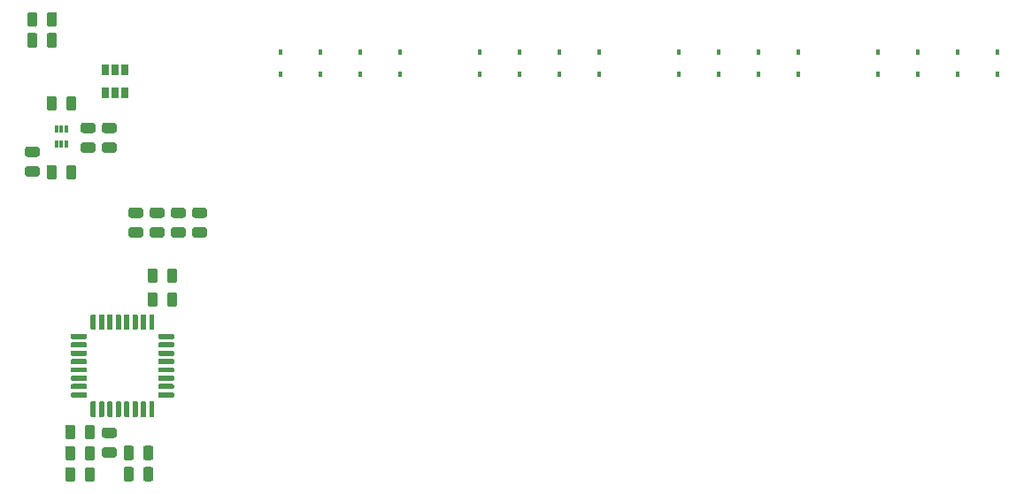
<source format=gbr>
G04 #@! TF.GenerationSoftware,KiCad,Pcbnew,5.1.5-52549c5~86~ubuntu18.04.1*
G04 #@! TF.CreationDate,2020-04-23T16:02:32+01:00*
G04 #@! TF.ProjectId,icepad,69636570-6164-42e6-9b69-6361645f7063,rev?*
G04 #@! TF.SameCoordinates,Original*
G04 #@! TF.FileFunction,Paste,Top*
G04 #@! TF.FilePolarity,Positive*
%FSLAX46Y46*%
G04 Gerber Fmt 4.6, Leading zero omitted, Abs format (unit mm)*
G04 Created by KiCad (PCBNEW 5.1.5-52549c5~86~ubuntu18.04.1) date 2020-04-23 16:02:32*
%MOMM*%
%LPD*%
G04 APERTURE LIST*
%ADD10C,0.100000*%
%ADD11R,0.400000X0.700000*%
%ADD12R,0.650000X1.060000*%
%ADD13R,0.450000X0.600000*%
G04 APERTURE END LIST*
D10*
G36*
X93444142Y-76046174D02*
G01*
X93467803Y-76049684D01*
X93491007Y-76055496D01*
X93513529Y-76063554D01*
X93535153Y-76073782D01*
X93555670Y-76086079D01*
X93574883Y-76100329D01*
X93592607Y-76116393D01*
X93608671Y-76134117D01*
X93622921Y-76153330D01*
X93635218Y-76173847D01*
X93645446Y-76195471D01*
X93653504Y-76217993D01*
X93659316Y-76241197D01*
X93662826Y-76264858D01*
X93664000Y-76288750D01*
X93664000Y-76776250D01*
X93662826Y-76800142D01*
X93659316Y-76823803D01*
X93653504Y-76847007D01*
X93645446Y-76869529D01*
X93635218Y-76891153D01*
X93622921Y-76911670D01*
X93608671Y-76930883D01*
X93592607Y-76948607D01*
X93574883Y-76964671D01*
X93555670Y-76978921D01*
X93535153Y-76991218D01*
X93513529Y-77001446D01*
X93491007Y-77009504D01*
X93467803Y-77015316D01*
X93444142Y-77018826D01*
X93420250Y-77020000D01*
X92507750Y-77020000D01*
X92483858Y-77018826D01*
X92460197Y-77015316D01*
X92436993Y-77009504D01*
X92414471Y-77001446D01*
X92392847Y-76991218D01*
X92372330Y-76978921D01*
X92353117Y-76964671D01*
X92335393Y-76948607D01*
X92319329Y-76930883D01*
X92305079Y-76911670D01*
X92292782Y-76891153D01*
X92282554Y-76869529D01*
X92274496Y-76847007D01*
X92268684Y-76823803D01*
X92265174Y-76800142D01*
X92264000Y-76776250D01*
X92264000Y-76288750D01*
X92265174Y-76264858D01*
X92268684Y-76241197D01*
X92274496Y-76217993D01*
X92282554Y-76195471D01*
X92292782Y-76173847D01*
X92305079Y-76153330D01*
X92319329Y-76134117D01*
X92335393Y-76116393D01*
X92353117Y-76100329D01*
X92372330Y-76086079D01*
X92392847Y-76073782D01*
X92414471Y-76063554D01*
X92436993Y-76055496D01*
X92460197Y-76049684D01*
X92483858Y-76046174D01*
X92507750Y-76045000D01*
X93420250Y-76045000D01*
X93444142Y-76046174D01*
G37*
G36*
X93444142Y-77921174D02*
G01*
X93467803Y-77924684D01*
X93491007Y-77930496D01*
X93513529Y-77938554D01*
X93535153Y-77948782D01*
X93555670Y-77961079D01*
X93574883Y-77975329D01*
X93592607Y-77991393D01*
X93608671Y-78009117D01*
X93622921Y-78028330D01*
X93635218Y-78048847D01*
X93645446Y-78070471D01*
X93653504Y-78092993D01*
X93659316Y-78116197D01*
X93662826Y-78139858D01*
X93664000Y-78163750D01*
X93664000Y-78651250D01*
X93662826Y-78675142D01*
X93659316Y-78698803D01*
X93653504Y-78722007D01*
X93645446Y-78744529D01*
X93635218Y-78766153D01*
X93622921Y-78786670D01*
X93608671Y-78805883D01*
X93592607Y-78823607D01*
X93574883Y-78839671D01*
X93555670Y-78853921D01*
X93535153Y-78866218D01*
X93513529Y-78876446D01*
X93491007Y-78884504D01*
X93467803Y-78890316D01*
X93444142Y-78893826D01*
X93420250Y-78895000D01*
X92507750Y-78895000D01*
X92483858Y-78893826D01*
X92460197Y-78890316D01*
X92436993Y-78884504D01*
X92414471Y-78876446D01*
X92392847Y-78866218D01*
X92372330Y-78853921D01*
X92353117Y-78839671D01*
X92335393Y-78823607D01*
X92319329Y-78805883D01*
X92305079Y-78786670D01*
X92292782Y-78766153D01*
X92282554Y-78744529D01*
X92274496Y-78722007D01*
X92268684Y-78698803D01*
X92265174Y-78675142D01*
X92264000Y-78651250D01*
X92264000Y-78163750D01*
X92265174Y-78139858D01*
X92268684Y-78116197D01*
X92274496Y-78092993D01*
X92282554Y-78070471D01*
X92292782Y-78048847D01*
X92305079Y-78028330D01*
X92319329Y-78009117D01*
X92335393Y-77991393D01*
X92353117Y-77975329D01*
X92372330Y-77961079D01*
X92392847Y-77948782D01*
X92414471Y-77938554D01*
X92436993Y-77930496D01*
X92460197Y-77924684D01*
X92483858Y-77921174D01*
X92507750Y-77920000D01*
X93420250Y-77920000D01*
X93444142Y-77921174D01*
G37*
G36*
X95476142Y-76046174D02*
G01*
X95499803Y-76049684D01*
X95523007Y-76055496D01*
X95545529Y-76063554D01*
X95567153Y-76073782D01*
X95587670Y-76086079D01*
X95606883Y-76100329D01*
X95624607Y-76116393D01*
X95640671Y-76134117D01*
X95654921Y-76153330D01*
X95667218Y-76173847D01*
X95677446Y-76195471D01*
X95685504Y-76217993D01*
X95691316Y-76241197D01*
X95694826Y-76264858D01*
X95696000Y-76288750D01*
X95696000Y-76776250D01*
X95694826Y-76800142D01*
X95691316Y-76823803D01*
X95685504Y-76847007D01*
X95677446Y-76869529D01*
X95667218Y-76891153D01*
X95654921Y-76911670D01*
X95640671Y-76930883D01*
X95624607Y-76948607D01*
X95606883Y-76964671D01*
X95587670Y-76978921D01*
X95567153Y-76991218D01*
X95545529Y-77001446D01*
X95523007Y-77009504D01*
X95499803Y-77015316D01*
X95476142Y-77018826D01*
X95452250Y-77020000D01*
X94539750Y-77020000D01*
X94515858Y-77018826D01*
X94492197Y-77015316D01*
X94468993Y-77009504D01*
X94446471Y-77001446D01*
X94424847Y-76991218D01*
X94404330Y-76978921D01*
X94385117Y-76964671D01*
X94367393Y-76948607D01*
X94351329Y-76930883D01*
X94337079Y-76911670D01*
X94324782Y-76891153D01*
X94314554Y-76869529D01*
X94306496Y-76847007D01*
X94300684Y-76823803D01*
X94297174Y-76800142D01*
X94296000Y-76776250D01*
X94296000Y-76288750D01*
X94297174Y-76264858D01*
X94300684Y-76241197D01*
X94306496Y-76217993D01*
X94314554Y-76195471D01*
X94324782Y-76173847D01*
X94337079Y-76153330D01*
X94351329Y-76134117D01*
X94367393Y-76116393D01*
X94385117Y-76100329D01*
X94404330Y-76086079D01*
X94424847Y-76073782D01*
X94446471Y-76063554D01*
X94468993Y-76055496D01*
X94492197Y-76049684D01*
X94515858Y-76046174D01*
X94539750Y-76045000D01*
X95452250Y-76045000D01*
X95476142Y-76046174D01*
G37*
G36*
X95476142Y-77921174D02*
G01*
X95499803Y-77924684D01*
X95523007Y-77930496D01*
X95545529Y-77938554D01*
X95567153Y-77948782D01*
X95587670Y-77961079D01*
X95606883Y-77975329D01*
X95624607Y-77991393D01*
X95640671Y-78009117D01*
X95654921Y-78028330D01*
X95667218Y-78048847D01*
X95677446Y-78070471D01*
X95685504Y-78092993D01*
X95691316Y-78116197D01*
X95694826Y-78139858D01*
X95696000Y-78163750D01*
X95696000Y-78651250D01*
X95694826Y-78675142D01*
X95691316Y-78698803D01*
X95685504Y-78722007D01*
X95677446Y-78744529D01*
X95667218Y-78766153D01*
X95654921Y-78786670D01*
X95640671Y-78805883D01*
X95624607Y-78823607D01*
X95606883Y-78839671D01*
X95587670Y-78853921D01*
X95567153Y-78866218D01*
X95545529Y-78876446D01*
X95523007Y-78884504D01*
X95499803Y-78890316D01*
X95476142Y-78893826D01*
X95452250Y-78895000D01*
X94539750Y-78895000D01*
X94515858Y-78893826D01*
X94492197Y-78890316D01*
X94468993Y-78884504D01*
X94446471Y-78876446D01*
X94424847Y-78866218D01*
X94404330Y-78853921D01*
X94385117Y-78839671D01*
X94367393Y-78823607D01*
X94351329Y-78805883D01*
X94337079Y-78786670D01*
X94324782Y-78766153D01*
X94314554Y-78744529D01*
X94306496Y-78722007D01*
X94300684Y-78698803D01*
X94297174Y-78675142D01*
X94296000Y-78651250D01*
X94296000Y-78163750D01*
X94297174Y-78139858D01*
X94300684Y-78116197D01*
X94306496Y-78092993D01*
X94314554Y-78070471D01*
X94324782Y-78048847D01*
X94337079Y-78028330D01*
X94351329Y-78009117D01*
X94367393Y-77991393D01*
X94385117Y-77975329D01*
X94404330Y-77961079D01*
X94424847Y-77948782D01*
X94446471Y-77938554D01*
X94468993Y-77930496D01*
X94492197Y-77924684D01*
X94515858Y-77921174D01*
X94539750Y-77920000D01*
X95452250Y-77920000D01*
X95476142Y-77921174D01*
G37*
G36*
X97508142Y-76046174D02*
G01*
X97531803Y-76049684D01*
X97555007Y-76055496D01*
X97577529Y-76063554D01*
X97599153Y-76073782D01*
X97619670Y-76086079D01*
X97638883Y-76100329D01*
X97656607Y-76116393D01*
X97672671Y-76134117D01*
X97686921Y-76153330D01*
X97699218Y-76173847D01*
X97709446Y-76195471D01*
X97717504Y-76217993D01*
X97723316Y-76241197D01*
X97726826Y-76264858D01*
X97728000Y-76288750D01*
X97728000Y-76776250D01*
X97726826Y-76800142D01*
X97723316Y-76823803D01*
X97717504Y-76847007D01*
X97709446Y-76869529D01*
X97699218Y-76891153D01*
X97686921Y-76911670D01*
X97672671Y-76930883D01*
X97656607Y-76948607D01*
X97638883Y-76964671D01*
X97619670Y-76978921D01*
X97599153Y-76991218D01*
X97577529Y-77001446D01*
X97555007Y-77009504D01*
X97531803Y-77015316D01*
X97508142Y-77018826D01*
X97484250Y-77020000D01*
X96571750Y-77020000D01*
X96547858Y-77018826D01*
X96524197Y-77015316D01*
X96500993Y-77009504D01*
X96478471Y-77001446D01*
X96456847Y-76991218D01*
X96436330Y-76978921D01*
X96417117Y-76964671D01*
X96399393Y-76948607D01*
X96383329Y-76930883D01*
X96369079Y-76911670D01*
X96356782Y-76891153D01*
X96346554Y-76869529D01*
X96338496Y-76847007D01*
X96332684Y-76823803D01*
X96329174Y-76800142D01*
X96328000Y-76776250D01*
X96328000Y-76288750D01*
X96329174Y-76264858D01*
X96332684Y-76241197D01*
X96338496Y-76217993D01*
X96346554Y-76195471D01*
X96356782Y-76173847D01*
X96369079Y-76153330D01*
X96383329Y-76134117D01*
X96399393Y-76116393D01*
X96417117Y-76100329D01*
X96436330Y-76086079D01*
X96456847Y-76073782D01*
X96478471Y-76063554D01*
X96500993Y-76055496D01*
X96524197Y-76049684D01*
X96547858Y-76046174D01*
X96571750Y-76045000D01*
X97484250Y-76045000D01*
X97508142Y-76046174D01*
G37*
G36*
X97508142Y-77921174D02*
G01*
X97531803Y-77924684D01*
X97555007Y-77930496D01*
X97577529Y-77938554D01*
X97599153Y-77948782D01*
X97619670Y-77961079D01*
X97638883Y-77975329D01*
X97656607Y-77991393D01*
X97672671Y-78009117D01*
X97686921Y-78028330D01*
X97699218Y-78048847D01*
X97709446Y-78070471D01*
X97717504Y-78092993D01*
X97723316Y-78116197D01*
X97726826Y-78139858D01*
X97728000Y-78163750D01*
X97728000Y-78651250D01*
X97726826Y-78675142D01*
X97723316Y-78698803D01*
X97717504Y-78722007D01*
X97709446Y-78744529D01*
X97699218Y-78766153D01*
X97686921Y-78786670D01*
X97672671Y-78805883D01*
X97656607Y-78823607D01*
X97638883Y-78839671D01*
X97619670Y-78853921D01*
X97599153Y-78866218D01*
X97577529Y-78876446D01*
X97555007Y-78884504D01*
X97531803Y-78890316D01*
X97508142Y-78893826D01*
X97484250Y-78895000D01*
X96571750Y-78895000D01*
X96547858Y-78893826D01*
X96524197Y-78890316D01*
X96500993Y-78884504D01*
X96478471Y-78876446D01*
X96456847Y-78866218D01*
X96436330Y-78853921D01*
X96417117Y-78839671D01*
X96399393Y-78823607D01*
X96383329Y-78805883D01*
X96369079Y-78786670D01*
X96356782Y-78766153D01*
X96346554Y-78744529D01*
X96338496Y-78722007D01*
X96332684Y-78698803D01*
X96329174Y-78675142D01*
X96328000Y-78651250D01*
X96328000Y-78163750D01*
X96329174Y-78139858D01*
X96332684Y-78116197D01*
X96338496Y-78092993D01*
X96346554Y-78070471D01*
X96356782Y-78048847D01*
X96369079Y-78028330D01*
X96383329Y-78009117D01*
X96399393Y-77991393D01*
X96417117Y-77975329D01*
X96436330Y-77961079D01*
X96456847Y-77948782D01*
X96478471Y-77938554D01*
X96500993Y-77930496D01*
X96524197Y-77924684D01*
X96547858Y-77921174D01*
X96571750Y-77920000D01*
X97484250Y-77920000D01*
X97508142Y-77921174D01*
G37*
G36*
X99540142Y-76046174D02*
G01*
X99563803Y-76049684D01*
X99587007Y-76055496D01*
X99609529Y-76063554D01*
X99631153Y-76073782D01*
X99651670Y-76086079D01*
X99670883Y-76100329D01*
X99688607Y-76116393D01*
X99704671Y-76134117D01*
X99718921Y-76153330D01*
X99731218Y-76173847D01*
X99741446Y-76195471D01*
X99749504Y-76217993D01*
X99755316Y-76241197D01*
X99758826Y-76264858D01*
X99760000Y-76288750D01*
X99760000Y-76776250D01*
X99758826Y-76800142D01*
X99755316Y-76823803D01*
X99749504Y-76847007D01*
X99741446Y-76869529D01*
X99731218Y-76891153D01*
X99718921Y-76911670D01*
X99704671Y-76930883D01*
X99688607Y-76948607D01*
X99670883Y-76964671D01*
X99651670Y-76978921D01*
X99631153Y-76991218D01*
X99609529Y-77001446D01*
X99587007Y-77009504D01*
X99563803Y-77015316D01*
X99540142Y-77018826D01*
X99516250Y-77020000D01*
X98603750Y-77020000D01*
X98579858Y-77018826D01*
X98556197Y-77015316D01*
X98532993Y-77009504D01*
X98510471Y-77001446D01*
X98488847Y-76991218D01*
X98468330Y-76978921D01*
X98449117Y-76964671D01*
X98431393Y-76948607D01*
X98415329Y-76930883D01*
X98401079Y-76911670D01*
X98388782Y-76891153D01*
X98378554Y-76869529D01*
X98370496Y-76847007D01*
X98364684Y-76823803D01*
X98361174Y-76800142D01*
X98360000Y-76776250D01*
X98360000Y-76288750D01*
X98361174Y-76264858D01*
X98364684Y-76241197D01*
X98370496Y-76217993D01*
X98378554Y-76195471D01*
X98388782Y-76173847D01*
X98401079Y-76153330D01*
X98415329Y-76134117D01*
X98431393Y-76116393D01*
X98449117Y-76100329D01*
X98468330Y-76086079D01*
X98488847Y-76073782D01*
X98510471Y-76063554D01*
X98532993Y-76055496D01*
X98556197Y-76049684D01*
X98579858Y-76046174D01*
X98603750Y-76045000D01*
X99516250Y-76045000D01*
X99540142Y-76046174D01*
G37*
G36*
X99540142Y-77921174D02*
G01*
X99563803Y-77924684D01*
X99587007Y-77930496D01*
X99609529Y-77938554D01*
X99631153Y-77948782D01*
X99651670Y-77961079D01*
X99670883Y-77975329D01*
X99688607Y-77991393D01*
X99704671Y-78009117D01*
X99718921Y-78028330D01*
X99731218Y-78048847D01*
X99741446Y-78070471D01*
X99749504Y-78092993D01*
X99755316Y-78116197D01*
X99758826Y-78139858D01*
X99760000Y-78163750D01*
X99760000Y-78651250D01*
X99758826Y-78675142D01*
X99755316Y-78698803D01*
X99749504Y-78722007D01*
X99741446Y-78744529D01*
X99731218Y-78766153D01*
X99718921Y-78786670D01*
X99704671Y-78805883D01*
X99688607Y-78823607D01*
X99670883Y-78839671D01*
X99651670Y-78853921D01*
X99631153Y-78866218D01*
X99609529Y-78876446D01*
X99587007Y-78884504D01*
X99563803Y-78890316D01*
X99540142Y-78893826D01*
X99516250Y-78895000D01*
X98603750Y-78895000D01*
X98579858Y-78893826D01*
X98556197Y-78890316D01*
X98532993Y-78884504D01*
X98510471Y-78876446D01*
X98488847Y-78866218D01*
X98468330Y-78853921D01*
X98449117Y-78839671D01*
X98431393Y-78823607D01*
X98415329Y-78805883D01*
X98401079Y-78786670D01*
X98388782Y-78766153D01*
X98378554Y-78744529D01*
X98370496Y-78722007D01*
X98364684Y-78698803D01*
X98361174Y-78675142D01*
X98360000Y-78651250D01*
X98360000Y-78163750D01*
X98361174Y-78139858D01*
X98364684Y-78116197D01*
X98370496Y-78092993D01*
X98378554Y-78070471D01*
X98388782Y-78048847D01*
X98401079Y-78028330D01*
X98415329Y-78009117D01*
X98431393Y-77991393D01*
X98449117Y-77975329D01*
X98468330Y-77961079D01*
X98488847Y-77948782D01*
X98510471Y-77938554D01*
X98532993Y-77930496D01*
X98556197Y-77924684D01*
X98579858Y-77921174D01*
X98603750Y-77920000D01*
X99516250Y-77920000D01*
X99540142Y-77921174D01*
G37*
G36*
X90904142Y-99003174D02*
G01*
X90927803Y-99006684D01*
X90951007Y-99012496D01*
X90973529Y-99020554D01*
X90995153Y-99030782D01*
X91015670Y-99043079D01*
X91034883Y-99057329D01*
X91052607Y-99073393D01*
X91068671Y-99091117D01*
X91082921Y-99110330D01*
X91095218Y-99130847D01*
X91105446Y-99152471D01*
X91113504Y-99174993D01*
X91119316Y-99198197D01*
X91122826Y-99221858D01*
X91124000Y-99245750D01*
X91124000Y-99733250D01*
X91122826Y-99757142D01*
X91119316Y-99780803D01*
X91113504Y-99804007D01*
X91105446Y-99826529D01*
X91095218Y-99848153D01*
X91082921Y-99868670D01*
X91068671Y-99887883D01*
X91052607Y-99905607D01*
X91034883Y-99921671D01*
X91015670Y-99935921D01*
X90995153Y-99948218D01*
X90973529Y-99958446D01*
X90951007Y-99966504D01*
X90927803Y-99972316D01*
X90904142Y-99975826D01*
X90880250Y-99977000D01*
X89967750Y-99977000D01*
X89943858Y-99975826D01*
X89920197Y-99972316D01*
X89896993Y-99966504D01*
X89874471Y-99958446D01*
X89852847Y-99948218D01*
X89832330Y-99935921D01*
X89813117Y-99921671D01*
X89795393Y-99905607D01*
X89779329Y-99887883D01*
X89765079Y-99868670D01*
X89752782Y-99848153D01*
X89742554Y-99826529D01*
X89734496Y-99804007D01*
X89728684Y-99780803D01*
X89725174Y-99757142D01*
X89724000Y-99733250D01*
X89724000Y-99245750D01*
X89725174Y-99221858D01*
X89728684Y-99198197D01*
X89734496Y-99174993D01*
X89742554Y-99152471D01*
X89752782Y-99130847D01*
X89765079Y-99110330D01*
X89779329Y-99091117D01*
X89795393Y-99073393D01*
X89813117Y-99057329D01*
X89832330Y-99043079D01*
X89852847Y-99030782D01*
X89874471Y-99020554D01*
X89896993Y-99012496D01*
X89920197Y-99006684D01*
X89943858Y-99003174D01*
X89967750Y-99002000D01*
X90880250Y-99002000D01*
X90904142Y-99003174D01*
G37*
G36*
X90904142Y-97128174D02*
G01*
X90927803Y-97131684D01*
X90951007Y-97137496D01*
X90973529Y-97145554D01*
X90995153Y-97155782D01*
X91015670Y-97168079D01*
X91034883Y-97182329D01*
X91052607Y-97198393D01*
X91068671Y-97216117D01*
X91082921Y-97235330D01*
X91095218Y-97255847D01*
X91105446Y-97277471D01*
X91113504Y-97299993D01*
X91119316Y-97323197D01*
X91122826Y-97346858D01*
X91124000Y-97370750D01*
X91124000Y-97858250D01*
X91122826Y-97882142D01*
X91119316Y-97905803D01*
X91113504Y-97929007D01*
X91105446Y-97951529D01*
X91095218Y-97973153D01*
X91082921Y-97993670D01*
X91068671Y-98012883D01*
X91052607Y-98030607D01*
X91034883Y-98046671D01*
X91015670Y-98060921D01*
X90995153Y-98073218D01*
X90973529Y-98083446D01*
X90951007Y-98091504D01*
X90927803Y-98097316D01*
X90904142Y-98100826D01*
X90880250Y-98102000D01*
X89967750Y-98102000D01*
X89943858Y-98100826D01*
X89920197Y-98097316D01*
X89896993Y-98091504D01*
X89874471Y-98083446D01*
X89852847Y-98073218D01*
X89832330Y-98060921D01*
X89813117Y-98046671D01*
X89795393Y-98030607D01*
X89779329Y-98012883D01*
X89765079Y-97993670D01*
X89752782Y-97973153D01*
X89742554Y-97951529D01*
X89734496Y-97929007D01*
X89728684Y-97905803D01*
X89725174Y-97882142D01*
X89724000Y-97858250D01*
X89724000Y-97370750D01*
X89725174Y-97346858D01*
X89728684Y-97323197D01*
X89734496Y-97299993D01*
X89742554Y-97277471D01*
X89752782Y-97255847D01*
X89765079Y-97235330D01*
X89779329Y-97216117D01*
X89795393Y-97198393D01*
X89813117Y-97182329D01*
X89832330Y-97168079D01*
X89852847Y-97155782D01*
X89874471Y-97145554D01*
X89896993Y-97137496D01*
X89920197Y-97131684D01*
X89943858Y-97128174D01*
X89967750Y-97127000D01*
X90880250Y-97127000D01*
X90904142Y-97128174D01*
G37*
G36*
X85205142Y-57301174D02*
G01*
X85228803Y-57304684D01*
X85252007Y-57310496D01*
X85274529Y-57318554D01*
X85296153Y-57328782D01*
X85316670Y-57341079D01*
X85335883Y-57355329D01*
X85353607Y-57371393D01*
X85369671Y-57389117D01*
X85383921Y-57408330D01*
X85396218Y-57428847D01*
X85406446Y-57450471D01*
X85414504Y-57472993D01*
X85420316Y-57496197D01*
X85423826Y-57519858D01*
X85425000Y-57543750D01*
X85425000Y-58456250D01*
X85423826Y-58480142D01*
X85420316Y-58503803D01*
X85414504Y-58527007D01*
X85406446Y-58549529D01*
X85396218Y-58571153D01*
X85383921Y-58591670D01*
X85369671Y-58610883D01*
X85353607Y-58628607D01*
X85335883Y-58644671D01*
X85316670Y-58658921D01*
X85296153Y-58671218D01*
X85274529Y-58681446D01*
X85252007Y-58689504D01*
X85228803Y-58695316D01*
X85205142Y-58698826D01*
X85181250Y-58700000D01*
X84693750Y-58700000D01*
X84669858Y-58698826D01*
X84646197Y-58695316D01*
X84622993Y-58689504D01*
X84600471Y-58681446D01*
X84578847Y-58671218D01*
X84558330Y-58658921D01*
X84539117Y-58644671D01*
X84521393Y-58628607D01*
X84505329Y-58610883D01*
X84491079Y-58591670D01*
X84478782Y-58571153D01*
X84468554Y-58549529D01*
X84460496Y-58527007D01*
X84454684Y-58503803D01*
X84451174Y-58480142D01*
X84450000Y-58456250D01*
X84450000Y-57543750D01*
X84451174Y-57519858D01*
X84454684Y-57496197D01*
X84460496Y-57472993D01*
X84468554Y-57450471D01*
X84478782Y-57428847D01*
X84491079Y-57408330D01*
X84505329Y-57389117D01*
X84521393Y-57371393D01*
X84539117Y-57355329D01*
X84558330Y-57341079D01*
X84578847Y-57328782D01*
X84600471Y-57318554D01*
X84622993Y-57310496D01*
X84646197Y-57304684D01*
X84669858Y-57301174D01*
X84693750Y-57300000D01*
X85181250Y-57300000D01*
X85205142Y-57301174D01*
G37*
G36*
X83330142Y-57301174D02*
G01*
X83353803Y-57304684D01*
X83377007Y-57310496D01*
X83399529Y-57318554D01*
X83421153Y-57328782D01*
X83441670Y-57341079D01*
X83460883Y-57355329D01*
X83478607Y-57371393D01*
X83494671Y-57389117D01*
X83508921Y-57408330D01*
X83521218Y-57428847D01*
X83531446Y-57450471D01*
X83539504Y-57472993D01*
X83545316Y-57496197D01*
X83548826Y-57519858D01*
X83550000Y-57543750D01*
X83550000Y-58456250D01*
X83548826Y-58480142D01*
X83545316Y-58503803D01*
X83539504Y-58527007D01*
X83531446Y-58549529D01*
X83521218Y-58571153D01*
X83508921Y-58591670D01*
X83494671Y-58610883D01*
X83478607Y-58628607D01*
X83460883Y-58644671D01*
X83441670Y-58658921D01*
X83421153Y-58671218D01*
X83399529Y-58681446D01*
X83377007Y-58689504D01*
X83353803Y-58695316D01*
X83330142Y-58698826D01*
X83306250Y-58700000D01*
X82818750Y-58700000D01*
X82794858Y-58698826D01*
X82771197Y-58695316D01*
X82747993Y-58689504D01*
X82725471Y-58681446D01*
X82703847Y-58671218D01*
X82683330Y-58658921D01*
X82664117Y-58644671D01*
X82646393Y-58628607D01*
X82630329Y-58610883D01*
X82616079Y-58591670D01*
X82603782Y-58571153D01*
X82593554Y-58549529D01*
X82585496Y-58527007D01*
X82579684Y-58503803D01*
X82576174Y-58480142D01*
X82575000Y-58456250D01*
X82575000Y-57543750D01*
X82576174Y-57519858D01*
X82579684Y-57496197D01*
X82585496Y-57472993D01*
X82593554Y-57450471D01*
X82603782Y-57428847D01*
X82616079Y-57408330D01*
X82630329Y-57389117D01*
X82646393Y-57371393D01*
X82664117Y-57355329D01*
X82683330Y-57341079D01*
X82703847Y-57328782D01*
X82725471Y-57318554D01*
X82747993Y-57310496D01*
X82771197Y-57304684D01*
X82794858Y-57301174D01*
X82818750Y-57300000D01*
X83306250Y-57300000D01*
X83330142Y-57301174D01*
G37*
G36*
X87057142Y-71945174D02*
G01*
X87080803Y-71948684D01*
X87104007Y-71954496D01*
X87126529Y-71962554D01*
X87148153Y-71972782D01*
X87168670Y-71985079D01*
X87187883Y-71999329D01*
X87205607Y-72015393D01*
X87221671Y-72033117D01*
X87235921Y-72052330D01*
X87248218Y-72072847D01*
X87258446Y-72094471D01*
X87266504Y-72116993D01*
X87272316Y-72140197D01*
X87275826Y-72163858D01*
X87277000Y-72187750D01*
X87277000Y-73100250D01*
X87275826Y-73124142D01*
X87272316Y-73147803D01*
X87266504Y-73171007D01*
X87258446Y-73193529D01*
X87248218Y-73215153D01*
X87235921Y-73235670D01*
X87221671Y-73254883D01*
X87205607Y-73272607D01*
X87187883Y-73288671D01*
X87168670Y-73302921D01*
X87148153Y-73315218D01*
X87126529Y-73325446D01*
X87104007Y-73333504D01*
X87080803Y-73339316D01*
X87057142Y-73342826D01*
X87033250Y-73344000D01*
X86545750Y-73344000D01*
X86521858Y-73342826D01*
X86498197Y-73339316D01*
X86474993Y-73333504D01*
X86452471Y-73325446D01*
X86430847Y-73315218D01*
X86410330Y-73302921D01*
X86391117Y-73288671D01*
X86373393Y-73272607D01*
X86357329Y-73254883D01*
X86343079Y-73235670D01*
X86330782Y-73215153D01*
X86320554Y-73193529D01*
X86312496Y-73171007D01*
X86306684Y-73147803D01*
X86303174Y-73124142D01*
X86302000Y-73100250D01*
X86302000Y-72187750D01*
X86303174Y-72163858D01*
X86306684Y-72140197D01*
X86312496Y-72116993D01*
X86320554Y-72094471D01*
X86330782Y-72072847D01*
X86343079Y-72052330D01*
X86357329Y-72033117D01*
X86373393Y-72015393D01*
X86391117Y-71999329D01*
X86410330Y-71985079D01*
X86430847Y-71972782D01*
X86452471Y-71962554D01*
X86474993Y-71954496D01*
X86498197Y-71948684D01*
X86521858Y-71945174D01*
X86545750Y-71944000D01*
X87033250Y-71944000D01*
X87057142Y-71945174D01*
G37*
G36*
X85182142Y-71945174D02*
G01*
X85205803Y-71948684D01*
X85229007Y-71954496D01*
X85251529Y-71962554D01*
X85273153Y-71972782D01*
X85293670Y-71985079D01*
X85312883Y-71999329D01*
X85330607Y-72015393D01*
X85346671Y-72033117D01*
X85360921Y-72052330D01*
X85373218Y-72072847D01*
X85383446Y-72094471D01*
X85391504Y-72116993D01*
X85397316Y-72140197D01*
X85400826Y-72163858D01*
X85402000Y-72187750D01*
X85402000Y-73100250D01*
X85400826Y-73124142D01*
X85397316Y-73147803D01*
X85391504Y-73171007D01*
X85383446Y-73193529D01*
X85373218Y-73215153D01*
X85360921Y-73235670D01*
X85346671Y-73254883D01*
X85330607Y-73272607D01*
X85312883Y-73288671D01*
X85293670Y-73302921D01*
X85273153Y-73315218D01*
X85251529Y-73325446D01*
X85229007Y-73333504D01*
X85205803Y-73339316D01*
X85182142Y-73342826D01*
X85158250Y-73344000D01*
X84670750Y-73344000D01*
X84646858Y-73342826D01*
X84623197Y-73339316D01*
X84599993Y-73333504D01*
X84577471Y-73325446D01*
X84555847Y-73315218D01*
X84535330Y-73302921D01*
X84516117Y-73288671D01*
X84498393Y-73272607D01*
X84482329Y-73254883D01*
X84468079Y-73235670D01*
X84455782Y-73215153D01*
X84445554Y-73193529D01*
X84437496Y-73171007D01*
X84431684Y-73147803D01*
X84428174Y-73124142D01*
X84427000Y-73100250D01*
X84427000Y-72187750D01*
X84428174Y-72163858D01*
X84431684Y-72140197D01*
X84437496Y-72116993D01*
X84445554Y-72094471D01*
X84455782Y-72072847D01*
X84468079Y-72052330D01*
X84482329Y-72033117D01*
X84498393Y-72015393D01*
X84516117Y-71999329D01*
X84535330Y-71985079D01*
X84555847Y-71972782D01*
X84577471Y-71962554D01*
X84599993Y-71954496D01*
X84623197Y-71948684D01*
X84646858Y-71945174D01*
X84670750Y-71944000D01*
X85158250Y-71944000D01*
X85182142Y-71945174D01*
G37*
G36*
X87057142Y-65341174D02*
G01*
X87080803Y-65344684D01*
X87104007Y-65350496D01*
X87126529Y-65358554D01*
X87148153Y-65368782D01*
X87168670Y-65381079D01*
X87187883Y-65395329D01*
X87205607Y-65411393D01*
X87221671Y-65429117D01*
X87235921Y-65448330D01*
X87248218Y-65468847D01*
X87258446Y-65490471D01*
X87266504Y-65512993D01*
X87272316Y-65536197D01*
X87275826Y-65559858D01*
X87277000Y-65583750D01*
X87277000Y-66496250D01*
X87275826Y-66520142D01*
X87272316Y-66543803D01*
X87266504Y-66567007D01*
X87258446Y-66589529D01*
X87248218Y-66611153D01*
X87235921Y-66631670D01*
X87221671Y-66650883D01*
X87205607Y-66668607D01*
X87187883Y-66684671D01*
X87168670Y-66698921D01*
X87148153Y-66711218D01*
X87126529Y-66721446D01*
X87104007Y-66729504D01*
X87080803Y-66735316D01*
X87057142Y-66738826D01*
X87033250Y-66740000D01*
X86545750Y-66740000D01*
X86521858Y-66738826D01*
X86498197Y-66735316D01*
X86474993Y-66729504D01*
X86452471Y-66721446D01*
X86430847Y-66711218D01*
X86410330Y-66698921D01*
X86391117Y-66684671D01*
X86373393Y-66668607D01*
X86357329Y-66650883D01*
X86343079Y-66631670D01*
X86330782Y-66611153D01*
X86320554Y-66589529D01*
X86312496Y-66567007D01*
X86306684Y-66543803D01*
X86303174Y-66520142D01*
X86302000Y-66496250D01*
X86302000Y-65583750D01*
X86303174Y-65559858D01*
X86306684Y-65536197D01*
X86312496Y-65512993D01*
X86320554Y-65490471D01*
X86330782Y-65468847D01*
X86343079Y-65448330D01*
X86357329Y-65429117D01*
X86373393Y-65411393D01*
X86391117Y-65395329D01*
X86410330Y-65381079D01*
X86430847Y-65368782D01*
X86452471Y-65358554D01*
X86474993Y-65350496D01*
X86498197Y-65344684D01*
X86521858Y-65341174D01*
X86545750Y-65340000D01*
X87033250Y-65340000D01*
X87057142Y-65341174D01*
G37*
G36*
X85182142Y-65341174D02*
G01*
X85205803Y-65344684D01*
X85229007Y-65350496D01*
X85251529Y-65358554D01*
X85273153Y-65368782D01*
X85293670Y-65381079D01*
X85312883Y-65395329D01*
X85330607Y-65411393D01*
X85346671Y-65429117D01*
X85360921Y-65448330D01*
X85373218Y-65468847D01*
X85383446Y-65490471D01*
X85391504Y-65512993D01*
X85397316Y-65536197D01*
X85400826Y-65559858D01*
X85402000Y-65583750D01*
X85402000Y-66496250D01*
X85400826Y-66520142D01*
X85397316Y-66543803D01*
X85391504Y-66567007D01*
X85383446Y-66589529D01*
X85373218Y-66611153D01*
X85360921Y-66631670D01*
X85346671Y-66650883D01*
X85330607Y-66668607D01*
X85312883Y-66684671D01*
X85293670Y-66698921D01*
X85273153Y-66711218D01*
X85251529Y-66721446D01*
X85229007Y-66729504D01*
X85205803Y-66735316D01*
X85182142Y-66738826D01*
X85158250Y-66740000D01*
X84670750Y-66740000D01*
X84646858Y-66738826D01*
X84623197Y-66735316D01*
X84599993Y-66729504D01*
X84577471Y-66721446D01*
X84555847Y-66711218D01*
X84535330Y-66698921D01*
X84516117Y-66684671D01*
X84498393Y-66668607D01*
X84482329Y-66650883D01*
X84468079Y-66631670D01*
X84455782Y-66611153D01*
X84445554Y-66589529D01*
X84437496Y-66567007D01*
X84431684Y-66543803D01*
X84428174Y-66520142D01*
X84427000Y-66496250D01*
X84427000Y-65583750D01*
X84428174Y-65559858D01*
X84431684Y-65536197D01*
X84437496Y-65512993D01*
X84445554Y-65490471D01*
X84455782Y-65468847D01*
X84468079Y-65448330D01*
X84482329Y-65429117D01*
X84498393Y-65411393D01*
X84516117Y-65395329D01*
X84535330Y-65381079D01*
X84555847Y-65368782D01*
X84577471Y-65358554D01*
X84599993Y-65350496D01*
X84623197Y-65344684D01*
X84646858Y-65341174D01*
X84670750Y-65340000D01*
X85158250Y-65340000D01*
X85182142Y-65341174D01*
G37*
G36*
X86960142Y-100901174D02*
G01*
X86983803Y-100904684D01*
X87007007Y-100910496D01*
X87029529Y-100918554D01*
X87051153Y-100928782D01*
X87071670Y-100941079D01*
X87090883Y-100955329D01*
X87108607Y-100971393D01*
X87124671Y-100989117D01*
X87138921Y-101008330D01*
X87151218Y-101028847D01*
X87161446Y-101050471D01*
X87169504Y-101072993D01*
X87175316Y-101096197D01*
X87178826Y-101119858D01*
X87180000Y-101143750D01*
X87180000Y-102056250D01*
X87178826Y-102080142D01*
X87175316Y-102103803D01*
X87169504Y-102127007D01*
X87161446Y-102149529D01*
X87151218Y-102171153D01*
X87138921Y-102191670D01*
X87124671Y-102210883D01*
X87108607Y-102228607D01*
X87090883Y-102244671D01*
X87071670Y-102258921D01*
X87051153Y-102271218D01*
X87029529Y-102281446D01*
X87007007Y-102289504D01*
X86983803Y-102295316D01*
X86960142Y-102298826D01*
X86936250Y-102300000D01*
X86448750Y-102300000D01*
X86424858Y-102298826D01*
X86401197Y-102295316D01*
X86377993Y-102289504D01*
X86355471Y-102281446D01*
X86333847Y-102271218D01*
X86313330Y-102258921D01*
X86294117Y-102244671D01*
X86276393Y-102228607D01*
X86260329Y-102210883D01*
X86246079Y-102191670D01*
X86233782Y-102171153D01*
X86223554Y-102149529D01*
X86215496Y-102127007D01*
X86209684Y-102103803D01*
X86206174Y-102080142D01*
X86205000Y-102056250D01*
X86205000Y-101143750D01*
X86206174Y-101119858D01*
X86209684Y-101096197D01*
X86215496Y-101072993D01*
X86223554Y-101050471D01*
X86233782Y-101028847D01*
X86246079Y-101008330D01*
X86260329Y-100989117D01*
X86276393Y-100971393D01*
X86294117Y-100955329D01*
X86313330Y-100941079D01*
X86333847Y-100928782D01*
X86355471Y-100918554D01*
X86377993Y-100910496D01*
X86401197Y-100904684D01*
X86424858Y-100901174D01*
X86448750Y-100900000D01*
X86936250Y-100900000D01*
X86960142Y-100901174D01*
G37*
G36*
X88835142Y-100901174D02*
G01*
X88858803Y-100904684D01*
X88882007Y-100910496D01*
X88904529Y-100918554D01*
X88926153Y-100928782D01*
X88946670Y-100941079D01*
X88965883Y-100955329D01*
X88983607Y-100971393D01*
X88999671Y-100989117D01*
X89013921Y-101008330D01*
X89026218Y-101028847D01*
X89036446Y-101050471D01*
X89044504Y-101072993D01*
X89050316Y-101096197D01*
X89053826Y-101119858D01*
X89055000Y-101143750D01*
X89055000Y-102056250D01*
X89053826Y-102080142D01*
X89050316Y-102103803D01*
X89044504Y-102127007D01*
X89036446Y-102149529D01*
X89026218Y-102171153D01*
X89013921Y-102191670D01*
X88999671Y-102210883D01*
X88983607Y-102228607D01*
X88965883Y-102244671D01*
X88946670Y-102258921D01*
X88926153Y-102271218D01*
X88904529Y-102281446D01*
X88882007Y-102289504D01*
X88858803Y-102295316D01*
X88835142Y-102298826D01*
X88811250Y-102300000D01*
X88323750Y-102300000D01*
X88299858Y-102298826D01*
X88276197Y-102295316D01*
X88252993Y-102289504D01*
X88230471Y-102281446D01*
X88208847Y-102271218D01*
X88188330Y-102258921D01*
X88169117Y-102244671D01*
X88151393Y-102228607D01*
X88135329Y-102210883D01*
X88121079Y-102191670D01*
X88108782Y-102171153D01*
X88098554Y-102149529D01*
X88090496Y-102127007D01*
X88084684Y-102103803D01*
X88081174Y-102080142D01*
X88080000Y-102056250D01*
X88080000Y-101143750D01*
X88081174Y-101119858D01*
X88084684Y-101096197D01*
X88090496Y-101072993D01*
X88098554Y-101050471D01*
X88108782Y-101028847D01*
X88121079Y-101008330D01*
X88135329Y-100989117D01*
X88151393Y-100971393D01*
X88169117Y-100955329D01*
X88188330Y-100941079D01*
X88208847Y-100928782D01*
X88230471Y-100918554D01*
X88252993Y-100910496D01*
X88276197Y-100904684D01*
X88299858Y-100901174D01*
X88323750Y-100900000D01*
X88811250Y-100900000D01*
X88835142Y-100901174D01*
G37*
G36*
X96709142Y-84137174D02*
G01*
X96732803Y-84140684D01*
X96756007Y-84146496D01*
X96778529Y-84154554D01*
X96800153Y-84164782D01*
X96820670Y-84177079D01*
X96839883Y-84191329D01*
X96857607Y-84207393D01*
X96873671Y-84225117D01*
X96887921Y-84244330D01*
X96900218Y-84264847D01*
X96910446Y-84286471D01*
X96918504Y-84308993D01*
X96924316Y-84332197D01*
X96927826Y-84355858D01*
X96929000Y-84379750D01*
X96929000Y-85292250D01*
X96927826Y-85316142D01*
X96924316Y-85339803D01*
X96918504Y-85363007D01*
X96910446Y-85385529D01*
X96900218Y-85407153D01*
X96887921Y-85427670D01*
X96873671Y-85446883D01*
X96857607Y-85464607D01*
X96839883Y-85480671D01*
X96820670Y-85494921D01*
X96800153Y-85507218D01*
X96778529Y-85517446D01*
X96756007Y-85525504D01*
X96732803Y-85531316D01*
X96709142Y-85534826D01*
X96685250Y-85536000D01*
X96197750Y-85536000D01*
X96173858Y-85534826D01*
X96150197Y-85531316D01*
X96126993Y-85525504D01*
X96104471Y-85517446D01*
X96082847Y-85507218D01*
X96062330Y-85494921D01*
X96043117Y-85480671D01*
X96025393Y-85464607D01*
X96009329Y-85446883D01*
X95995079Y-85427670D01*
X95982782Y-85407153D01*
X95972554Y-85385529D01*
X95964496Y-85363007D01*
X95958684Y-85339803D01*
X95955174Y-85316142D01*
X95954000Y-85292250D01*
X95954000Y-84379750D01*
X95955174Y-84355858D01*
X95958684Y-84332197D01*
X95964496Y-84308993D01*
X95972554Y-84286471D01*
X95982782Y-84264847D01*
X95995079Y-84244330D01*
X96009329Y-84225117D01*
X96025393Y-84207393D01*
X96043117Y-84191329D01*
X96062330Y-84177079D01*
X96082847Y-84164782D01*
X96104471Y-84154554D01*
X96126993Y-84146496D01*
X96150197Y-84140684D01*
X96173858Y-84137174D01*
X96197750Y-84136000D01*
X96685250Y-84136000D01*
X96709142Y-84137174D01*
G37*
G36*
X94834142Y-84137174D02*
G01*
X94857803Y-84140684D01*
X94881007Y-84146496D01*
X94903529Y-84154554D01*
X94925153Y-84164782D01*
X94945670Y-84177079D01*
X94964883Y-84191329D01*
X94982607Y-84207393D01*
X94998671Y-84225117D01*
X95012921Y-84244330D01*
X95025218Y-84264847D01*
X95035446Y-84286471D01*
X95043504Y-84308993D01*
X95049316Y-84332197D01*
X95052826Y-84355858D01*
X95054000Y-84379750D01*
X95054000Y-85292250D01*
X95052826Y-85316142D01*
X95049316Y-85339803D01*
X95043504Y-85363007D01*
X95035446Y-85385529D01*
X95025218Y-85407153D01*
X95012921Y-85427670D01*
X94998671Y-85446883D01*
X94982607Y-85464607D01*
X94964883Y-85480671D01*
X94945670Y-85494921D01*
X94925153Y-85507218D01*
X94903529Y-85517446D01*
X94881007Y-85525504D01*
X94857803Y-85531316D01*
X94834142Y-85534826D01*
X94810250Y-85536000D01*
X94322750Y-85536000D01*
X94298858Y-85534826D01*
X94275197Y-85531316D01*
X94251993Y-85525504D01*
X94229471Y-85517446D01*
X94207847Y-85507218D01*
X94187330Y-85494921D01*
X94168117Y-85480671D01*
X94150393Y-85464607D01*
X94134329Y-85446883D01*
X94120079Y-85427670D01*
X94107782Y-85407153D01*
X94097554Y-85385529D01*
X94089496Y-85363007D01*
X94083684Y-85339803D01*
X94080174Y-85316142D01*
X94079000Y-85292250D01*
X94079000Y-84379750D01*
X94080174Y-84355858D01*
X94083684Y-84332197D01*
X94089496Y-84308993D01*
X94097554Y-84286471D01*
X94107782Y-84264847D01*
X94120079Y-84244330D01*
X94134329Y-84225117D01*
X94150393Y-84207393D01*
X94168117Y-84191329D01*
X94187330Y-84177079D01*
X94207847Y-84164782D01*
X94229471Y-84154554D01*
X94251993Y-84146496D01*
X94275197Y-84140684D01*
X94298858Y-84137174D01*
X94322750Y-84136000D01*
X94810250Y-84136000D01*
X94834142Y-84137174D01*
G37*
G36*
X94423142Y-100869174D02*
G01*
X94446803Y-100872684D01*
X94470007Y-100878496D01*
X94492529Y-100886554D01*
X94514153Y-100896782D01*
X94534670Y-100909079D01*
X94553883Y-100923329D01*
X94571607Y-100939393D01*
X94587671Y-100957117D01*
X94601921Y-100976330D01*
X94614218Y-100996847D01*
X94624446Y-101018471D01*
X94632504Y-101040993D01*
X94638316Y-101064197D01*
X94641826Y-101087858D01*
X94643000Y-101111750D01*
X94643000Y-102024250D01*
X94641826Y-102048142D01*
X94638316Y-102071803D01*
X94632504Y-102095007D01*
X94624446Y-102117529D01*
X94614218Y-102139153D01*
X94601921Y-102159670D01*
X94587671Y-102178883D01*
X94571607Y-102196607D01*
X94553883Y-102212671D01*
X94534670Y-102226921D01*
X94514153Y-102239218D01*
X94492529Y-102249446D01*
X94470007Y-102257504D01*
X94446803Y-102263316D01*
X94423142Y-102266826D01*
X94399250Y-102268000D01*
X93911750Y-102268000D01*
X93887858Y-102266826D01*
X93864197Y-102263316D01*
X93840993Y-102257504D01*
X93818471Y-102249446D01*
X93796847Y-102239218D01*
X93776330Y-102226921D01*
X93757117Y-102212671D01*
X93739393Y-102196607D01*
X93723329Y-102178883D01*
X93709079Y-102159670D01*
X93696782Y-102139153D01*
X93686554Y-102117529D01*
X93678496Y-102095007D01*
X93672684Y-102071803D01*
X93669174Y-102048142D01*
X93668000Y-102024250D01*
X93668000Y-101111750D01*
X93669174Y-101087858D01*
X93672684Y-101064197D01*
X93678496Y-101040993D01*
X93686554Y-101018471D01*
X93696782Y-100996847D01*
X93709079Y-100976330D01*
X93723329Y-100957117D01*
X93739393Y-100939393D01*
X93757117Y-100923329D01*
X93776330Y-100909079D01*
X93796847Y-100896782D01*
X93818471Y-100886554D01*
X93840993Y-100878496D01*
X93864197Y-100872684D01*
X93887858Y-100869174D01*
X93911750Y-100868000D01*
X94399250Y-100868000D01*
X94423142Y-100869174D01*
G37*
G36*
X92548142Y-100869174D02*
G01*
X92571803Y-100872684D01*
X92595007Y-100878496D01*
X92617529Y-100886554D01*
X92639153Y-100896782D01*
X92659670Y-100909079D01*
X92678883Y-100923329D01*
X92696607Y-100939393D01*
X92712671Y-100957117D01*
X92726921Y-100976330D01*
X92739218Y-100996847D01*
X92749446Y-101018471D01*
X92757504Y-101040993D01*
X92763316Y-101064197D01*
X92766826Y-101087858D01*
X92768000Y-101111750D01*
X92768000Y-102024250D01*
X92766826Y-102048142D01*
X92763316Y-102071803D01*
X92757504Y-102095007D01*
X92749446Y-102117529D01*
X92739218Y-102139153D01*
X92726921Y-102159670D01*
X92712671Y-102178883D01*
X92696607Y-102196607D01*
X92678883Y-102212671D01*
X92659670Y-102226921D01*
X92639153Y-102239218D01*
X92617529Y-102249446D01*
X92595007Y-102257504D01*
X92571803Y-102263316D01*
X92548142Y-102266826D01*
X92524250Y-102268000D01*
X92036750Y-102268000D01*
X92012858Y-102266826D01*
X91989197Y-102263316D01*
X91965993Y-102257504D01*
X91943471Y-102249446D01*
X91921847Y-102239218D01*
X91901330Y-102226921D01*
X91882117Y-102212671D01*
X91864393Y-102196607D01*
X91848329Y-102178883D01*
X91834079Y-102159670D01*
X91821782Y-102139153D01*
X91811554Y-102117529D01*
X91803496Y-102095007D01*
X91797684Y-102071803D01*
X91794174Y-102048142D01*
X91793000Y-102024250D01*
X91793000Y-101111750D01*
X91794174Y-101087858D01*
X91797684Y-101064197D01*
X91803496Y-101040993D01*
X91811554Y-101018471D01*
X91821782Y-100996847D01*
X91834079Y-100976330D01*
X91848329Y-100957117D01*
X91864393Y-100939393D01*
X91882117Y-100923329D01*
X91901330Y-100909079D01*
X91921847Y-100896782D01*
X91943471Y-100886554D01*
X91965993Y-100878496D01*
X91989197Y-100872684D01*
X92012858Y-100869174D01*
X92036750Y-100868000D01*
X92524250Y-100868000D01*
X92548142Y-100869174D01*
G37*
G36*
X86960142Y-98869174D02*
G01*
X86983803Y-98872684D01*
X87007007Y-98878496D01*
X87029529Y-98886554D01*
X87051153Y-98896782D01*
X87071670Y-98909079D01*
X87090883Y-98923329D01*
X87108607Y-98939393D01*
X87124671Y-98957117D01*
X87138921Y-98976330D01*
X87151218Y-98996847D01*
X87161446Y-99018471D01*
X87169504Y-99040993D01*
X87175316Y-99064197D01*
X87178826Y-99087858D01*
X87180000Y-99111750D01*
X87180000Y-100024250D01*
X87178826Y-100048142D01*
X87175316Y-100071803D01*
X87169504Y-100095007D01*
X87161446Y-100117529D01*
X87151218Y-100139153D01*
X87138921Y-100159670D01*
X87124671Y-100178883D01*
X87108607Y-100196607D01*
X87090883Y-100212671D01*
X87071670Y-100226921D01*
X87051153Y-100239218D01*
X87029529Y-100249446D01*
X87007007Y-100257504D01*
X86983803Y-100263316D01*
X86960142Y-100266826D01*
X86936250Y-100268000D01*
X86448750Y-100268000D01*
X86424858Y-100266826D01*
X86401197Y-100263316D01*
X86377993Y-100257504D01*
X86355471Y-100249446D01*
X86333847Y-100239218D01*
X86313330Y-100226921D01*
X86294117Y-100212671D01*
X86276393Y-100196607D01*
X86260329Y-100178883D01*
X86246079Y-100159670D01*
X86233782Y-100139153D01*
X86223554Y-100117529D01*
X86215496Y-100095007D01*
X86209684Y-100071803D01*
X86206174Y-100048142D01*
X86205000Y-100024250D01*
X86205000Y-99111750D01*
X86206174Y-99087858D01*
X86209684Y-99064197D01*
X86215496Y-99040993D01*
X86223554Y-99018471D01*
X86233782Y-98996847D01*
X86246079Y-98976330D01*
X86260329Y-98957117D01*
X86276393Y-98939393D01*
X86294117Y-98923329D01*
X86313330Y-98909079D01*
X86333847Y-98896782D01*
X86355471Y-98886554D01*
X86377993Y-98878496D01*
X86401197Y-98872684D01*
X86424858Y-98869174D01*
X86448750Y-98868000D01*
X86936250Y-98868000D01*
X86960142Y-98869174D01*
G37*
G36*
X88835142Y-98869174D02*
G01*
X88858803Y-98872684D01*
X88882007Y-98878496D01*
X88904529Y-98886554D01*
X88926153Y-98896782D01*
X88946670Y-98909079D01*
X88965883Y-98923329D01*
X88983607Y-98939393D01*
X88999671Y-98957117D01*
X89013921Y-98976330D01*
X89026218Y-98996847D01*
X89036446Y-99018471D01*
X89044504Y-99040993D01*
X89050316Y-99064197D01*
X89053826Y-99087858D01*
X89055000Y-99111750D01*
X89055000Y-100024250D01*
X89053826Y-100048142D01*
X89050316Y-100071803D01*
X89044504Y-100095007D01*
X89036446Y-100117529D01*
X89026218Y-100139153D01*
X89013921Y-100159670D01*
X88999671Y-100178883D01*
X88983607Y-100196607D01*
X88965883Y-100212671D01*
X88946670Y-100226921D01*
X88926153Y-100239218D01*
X88904529Y-100249446D01*
X88882007Y-100257504D01*
X88858803Y-100263316D01*
X88835142Y-100266826D01*
X88811250Y-100268000D01*
X88323750Y-100268000D01*
X88299858Y-100266826D01*
X88276197Y-100263316D01*
X88252993Y-100257504D01*
X88230471Y-100249446D01*
X88208847Y-100239218D01*
X88188330Y-100226921D01*
X88169117Y-100212671D01*
X88151393Y-100196607D01*
X88135329Y-100178883D01*
X88121079Y-100159670D01*
X88108782Y-100139153D01*
X88098554Y-100117529D01*
X88090496Y-100095007D01*
X88084684Y-100071803D01*
X88081174Y-100048142D01*
X88080000Y-100024250D01*
X88080000Y-99111750D01*
X88081174Y-99087858D01*
X88084684Y-99064197D01*
X88090496Y-99040993D01*
X88098554Y-99018471D01*
X88108782Y-98996847D01*
X88121079Y-98976330D01*
X88135329Y-98957117D01*
X88151393Y-98939393D01*
X88169117Y-98923329D01*
X88188330Y-98909079D01*
X88208847Y-98896782D01*
X88230471Y-98886554D01*
X88252993Y-98878496D01*
X88276197Y-98872684D01*
X88299858Y-98869174D01*
X88323750Y-98868000D01*
X88811250Y-98868000D01*
X88835142Y-98869174D01*
G37*
G36*
X96709142Y-81851174D02*
G01*
X96732803Y-81854684D01*
X96756007Y-81860496D01*
X96778529Y-81868554D01*
X96800153Y-81878782D01*
X96820670Y-81891079D01*
X96839883Y-81905329D01*
X96857607Y-81921393D01*
X96873671Y-81939117D01*
X96887921Y-81958330D01*
X96900218Y-81978847D01*
X96910446Y-82000471D01*
X96918504Y-82022993D01*
X96924316Y-82046197D01*
X96927826Y-82069858D01*
X96929000Y-82093750D01*
X96929000Y-83006250D01*
X96927826Y-83030142D01*
X96924316Y-83053803D01*
X96918504Y-83077007D01*
X96910446Y-83099529D01*
X96900218Y-83121153D01*
X96887921Y-83141670D01*
X96873671Y-83160883D01*
X96857607Y-83178607D01*
X96839883Y-83194671D01*
X96820670Y-83208921D01*
X96800153Y-83221218D01*
X96778529Y-83231446D01*
X96756007Y-83239504D01*
X96732803Y-83245316D01*
X96709142Y-83248826D01*
X96685250Y-83250000D01*
X96197750Y-83250000D01*
X96173858Y-83248826D01*
X96150197Y-83245316D01*
X96126993Y-83239504D01*
X96104471Y-83231446D01*
X96082847Y-83221218D01*
X96062330Y-83208921D01*
X96043117Y-83194671D01*
X96025393Y-83178607D01*
X96009329Y-83160883D01*
X95995079Y-83141670D01*
X95982782Y-83121153D01*
X95972554Y-83099529D01*
X95964496Y-83077007D01*
X95958684Y-83053803D01*
X95955174Y-83030142D01*
X95954000Y-83006250D01*
X95954000Y-82093750D01*
X95955174Y-82069858D01*
X95958684Y-82046197D01*
X95964496Y-82022993D01*
X95972554Y-82000471D01*
X95982782Y-81978847D01*
X95995079Y-81958330D01*
X96009329Y-81939117D01*
X96025393Y-81921393D01*
X96043117Y-81905329D01*
X96062330Y-81891079D01*
X96082847Y-81878782D01*
X96104471Y-81868554D01*
X96126993Y-81860496D01*
X96150197Y-81854684D01*
X96173858Y-81851174D01*
X96197750Y-81850000D01*
X96685250Y-81850000D01*
X96709142Y-81851174D01*
G37*
G36*
X94834142Y-81851174D02*
G01*
X94857803Y-81854684D01*
X94881007Y-81860496D01*
X94903529Y-81868554D01*
X94925153Y-81878782D01*
X94945670Y-81891079D01*
X94964883Y-81905329D01*
X94982607Y-81921393D01*
X94998671Y-81939117D01*
X95012921Y-81958330D01*
X95025218Y-81978847D01*
X95035446Y-82000471D01*
X95043504Y-82022993D01*
X95049316Y-82046197D01*
X95052826Y-82069858D01*
X95054000Y-82093750D01*
X95054000Y-83006250D01*
X95052826Y-83030142D01*
X95049316Y-83053803D01*
X95043504Y-83077007D01*
X95035446Y-83099529D01*
X95025218Y-83121153D01*
X95012921Y-83141670D01*
X94998671Y-83160883D01*
X94982607Y-83178607D01*
X94964883Y-83194671D01*
X94945670Y-83208921D01*
X94925153Y-83221218D01*
X94903529Y-83231446D01*
X94881007Y-83239504D01*
X94857803Y-83245316D01*
X94834142Y-83248826D01*
X94810250Y-83250000D01*
X94322750Y-83250000D01*
X94298858Y-83248826D01*
X94275197Y-83245316D01*
X94251993Y-83239504D01*
X94229471Y-83231446D01*
X94207847Y-83221218D01*
X94187330Y-83208921D01*
X94168117Y-83194671D01*
X94150393Y-83178607D01*
X94134329Y-83160883D01*
X94120079Y-83141670D01*
X94107782Y-83121153D01*
X94097554Y-83099529D01*
X94089496Y-83077007D01*
X94083684Y-83053803D01*
X94080174Y-83030142D01*
X94079000Y-83006250D01*
X94079000Y-82093750D01*
X94080174Y-82069858D01*
X94083684Y-82046197D01*
X94089496Y-82022993D01*
X94097554Y-82000471D01*
X94107782Y-81978847D01*
X94120079Y-81958330D01*
X94134329Y-81939117D01*
X94150393Y-81921393D01*
X94168117Y-81905329D01*
X94187330Y-81891079D01*
X94207847Y-81878782D01*
X94229471Y-81868554D01*
X94251993Y-81860496D01*
X94275197Y-81854684D01*
X94298858Y-81851174D01*
X94322750Y-81850000D01*
X94810250Y-81850000D01*
X94834142Y-81851174D01*
G37*
G36*
X94423142Y-98837174D02*
G01*
X94446803Y-98840684D01*
X94470007Y-98846496D01*
X94492529Y-98854554D01*
X94514153Y-98864782D01*
X94534670Y-98877079D01*
X94553883Y-98891329D01*
X94571607Y-98907393D01*
X94587671Y-98925117D01*
X94601921Y-98944330D01*
X94614218Y-98964847D01*
X94624446Y-98986471D01*
X94632504Y-99008993D01*
X94638316Y-99032197D01*
X94641826Y-99055858D01*
X94643000Y-99079750D01*
X94643000Y-99992250D01*
X94641826Y-100016142D01*
X94638316Y-100039803D01*
X94632504Y-100063007D01*
X94624446Y-100085529D01*
X94614218Y-100107153D01*
X94601921Y-100127670D01*
X94587671Y-100146883D01*
X94571607Y-100164607D01*
X94553883Y-100180671D01*
X94534670Y-100194921D01*
X94514153Y-100207218D01*
X94492529Y-100217446D01*
X94470007Y-100225504D01*
X94446803Y-100231316D01*
X94423142Y-100234826D01*
X94399250Y-100236000D01*
X93911750Y-100236000D01*
X93887858Y-100234826D01*
X93864197Y-100231316D01*
X93840993Y-100225504D01*
X93818471Y-100217446D01*
X93796847Y-100207218D01*
X93776330Y-100194921D01*
X93757117Y-100180671D01*
X93739393Y-100164607D01*
X93723329Y-100146883D01*
X93709079Y-100127670D01*
X93696782Y-100107153D01*
X93686554Y-100085529D01*
X93678496Y-100063007D01*
X93672684Y-100039803D01*
X93669174Y-100016142D01*
X93668000Y-99992250D01*
X93668000Y-99079750D01*
X93669174Y-99055858D01*
X93672684Y-99032197D01*
X93678496Y-99008993D01*
X93686554Y-98986471D01*
X93696782Y-98964847D01*
X93709079Y-98944330D01*
X93723329Y-98925117D01*
X93739393Y-98907393D01*
X93757117Y-98891329D01*
X93776330Y-98877079D01*
X93796847Y-98864782D01*
X93818471Y-98854554D01*
X93840993Y-98846496D01*
X93864197Y-98840684D01*
X93887858Y-98837174D01*
X93911750Y-98836000D01*
X94399250Y-98836000D01*
X94423142Y-98837174D01*
G37*
G36*
X92548142Y-98837174D02*
G01*
X92571803Y-98840684D01*
X92595007Y-98846496D01*
X92617529Y-98854554D01*
X92639153Y-98864782D01*
X92659670Y-98877079D01*
X92678883Y-98891329D01*
X92696607Y-98907393D01*
X92712671Y-98925117D01*
X92726921Y-98944330D01*
X92739218Y-98964847D01*
X92749446Y-98986471D01*
X92757504Y-99008993D01*
X92763316Y-99032197D01*
X92766826Y-99055858D01*
X92768000Y-99079750D01*
X92768000Y-99992250D01*
X92766826Y-100016142D01*
X92763316Y-100039803D01*
X92757504Y-100063007D01*
X92749446Y-100085529D01*
X92739218Y-100107153D01*
X92726921Y-100127670D01*
X92712671Y-100146883D01*
X92696607Y-100164607D01*
X92678883Y-100180671D01*
X92659670Y-100194921D01*
X92639153Y-100207218D01*
X92617529Y-100217446D01*
X92595007Y-100225504D01*
X92571803Y-100231316D01*
X92548142Y-100234826D01*
X92524250Y-100236000D01*
X92036750Y-100236000D01*
X92012858Y-100234826D01*
X91989197Y-100231316D01*
X91965993Y-100225504D01*
X91943471Y-100217446D01*
X91921847Y-100207218D01*
X91901330Y-100194921D01*
X91882117Y-100180671D01*
X91864393Y-100164607D01*
X91848329Y-100146883D01*
X91834079Y-100127670D01*
X91821782Y-100107153D01*
X91811554Y-100085529D01*
X91803496Y-100063007D01*
X91797684Y-100039803D01*
X91794174Y-100016142D01*
X91793000Y-99992250D01*
X91793000Y-99079750D01*
X91794174Y-99055858D01*
X91797684Y-99032197D01*
X91803496Y-99008993D01*
X91811554Y-98986471D01*
X91821782Y-98964847D01*
X91834079Y-98944330D01*
X91848329Y-98925117D01*
X91864393Y-98907393D01*
X91882117Y-98891329D01*
X91901330Y-98877079D01*
X91921847Y-98864782D01*
X91943471Y-98854554D01*
X91965993Y-98846496D01*
X91989197Y-98840684D01*
X92012858Y-98837174D01*
X92036750Y-98836000D01*
X92524250Y-98836000D01*
X92548142Y-98837174D01*
G37*
G36*
X86960142Y-96837174D02*
G01*
X86983803Y-96840684D01*
X87007007Y-96846496D01*
X87029529Y-96854554D01*
X87051153Y-96864782D01*
X87071670Y-96877079D01*
X87090883Y-96891329D01*
X87108607Y-96907393D01*
X87124671Y-96925117D01*
X87138921Y-96944330D01*
X87151218Y-96964847D01*
X87161446Y-96986471D01*
X87169504Y-97008993D01*
X87175316Y-97032197D01*
X87178826Y-97055858D01*
X87180000Y-97079750D01*
X87180000Y-97992250D01*
X87178826Y-98016142D01*
X87175316Y-98039803D01*
X87169504Y-98063007D01*
X87161446Y-98085529D01*
X87151218Y-98107153D01*
X87138921Y-98127670D01*
X87124671Y-98146883D01*
X87108607Y-98164607D01*
X87090883Y-98180671D01*
X87071670Y-98194921D01*
X87051153Y-98207218D01*
X87029529Y-98217446D01*
X87007007Y-98225504D01*
X86983803Y-98231316D01*
X86960142Y-98234826D01*
X86936250Y-98236000D01*
X86448750Y-98236000D01*
X86424858Y-98234826D01*
X86401197Y-98231316D01*
X86377993Y-98225504D01*
X86355471Y-98217446D01*
X86333847Y-98207218D01*
X86313330Y-98194921D01*
X86294117Y-98180671D01*
X86276393Y-98164607D01*
X86260329Y-98146883D01*
X86246079Y-98127670D01*
X86233782Y-98107153D01*
X86223554Y-98085529D01*
X86215496Y-98063007D01*
X86209684Y-98039803D01*
X86206174Y-98016142D01*
X86205000Y-97992250D01*
X86205000Y-97079750D01*
X86206174Y-97055858D01*
X86209684Y-97032197D01*
X86215496Y-97008993D01*
X86223554Y-96986471D01*
X86233782Y-96964847D01*
X86246079Y-96944330D01*
X86260329Y-96925117D01*
X86276393Y-96907393D01*
X86294117Y-96891329D01*
X86313330Y-96877079D01*
X86333847Y-96864782D01*
X86355471Y-96854554D01*
X86377993Y-96846496D01*
X86401197Y-96840684D01*
X86424858Y-96837174D01*
X86448750Y-96836000D01*
X86936250Y-96836000D01*
X86960142Y-96837174D01*
G37*
G36*
X88835142Y-96837174D02*
G01*
X88858803Y-96840684D01*
X88882007Y-96846496D01*
X88904529Y-96854554D01*
X88926153Y-96864782D01*
X88946670Y-96877079D01*
X88965883Y-96891329D01*
X88983607Y-96907393D01*
X88999671Y-96925117D01*
X89013921Y-96944330D01*
X89026218Y-96964847D01*
X89036446Y-96986471D01*
X89044504Y-97008993D01*
X89050316Y-97032197D01*
X89053826Y-97055858D01*
X89055000Y-97079750D01*
X89055000Y-97992250D01*
X89053826Y-98016142D01*
X89050316Y-98039803D01*
X89044504Y-98063007D01*
X89036446Y-98085529D01*
X89026218Y-98107153D01*
X89013921Y-98127670D01*
X88999671Y-98146883D01*
X88983607Y-98164607D01*
X88965883Y-98180671D01*
X88946670Y-98194921D01*
X88926153Y-98207218D01*
X88904529Y-98217446D01*
X88882007Y-98225504D01*
X88858803Y-98231316D01*
X88835142Y-98234826D01*
X88811250Y-98236000D01*
X88323750Y-98236000D01*
X88299858Y-98234826D01*
X88276197Y-98231316D01*
X88252993Y-98225504D01*
X88230471Y-98217446D01*
X88208847Y-98207218D01*
X88188330Y-98194921D01*
X88169117Y-98180671D01*
X88151393Y-98164607D01*
X88135329Y-98146883D01*
X88121079Y-98127670D01*
X88108782Y-98107153D01*
X88098554Y-98085529D01*
X88090496Y-98063007D01*
X88084684Y-98039803D01*
X88081174Y-98016142D01*
X88080000Y-97992250D01*
X88080000Y-97079750D01*
X88081174Y-97055858D01*
X88084684Y-97032197D01*
X88090496Y-97008993D01*
X88098554Y-96986471D01*
X88108782Y-96964847D01*
X88121079Y-96944330D01*
X88135329Y-96925117D01*
X88151393Y-96907393D01*
X88169117Y-96891329D01*
X88188330Y-96877079D01*
X88208847Y-96864782D01*
X88230471Y-96854554D01*
X88252993Y-96846496D01*
X88276197Y-96840684D01*
X88299858Y-96837174D01*
X88323750Y-96836000D01*
X88811250Y-96836000D01*
X88835142Y-96837174D01*
G37*
G36*
X83330142Y-59301174D02*
G01*
X83353803Y-59304684D01*
X83377007Y-59310496D01*
X83399529Y-59318554D01*
X83421153Y-59328782D01*
X83441670Y-59341079D01*
X83460883Y-59355329D01*
X83478607Y-59371393D01*
X83494671Y-59389117D01*
X83508921Y-59408330D01*
X83521218Y-59428847D01*
X83531446Y-59450471D01*
X83539504Y-59472993D01*
X83545316Y-59496197D01*
X83548826Y-59519858D01*
X83550000Y-59543750D01*
X83550000Y-60456250D01*
X83548826Y-60480142D01*
X83545316Y-60503803D01*
X83539504Y-60527007D01*
X83531446Y-60549529D01*
X83521218Y-60571153D01*
X83508921Y-60591670D01*
X83494671Y-60610883D01*
X83478607Y-60628607D01*
X83460883Y-60644671D01*
X83441670Y-60658921D01*
X83421153Y-60671218D01*
X83399529Y-60681446D01*
X83377007Y-60689504D01*
X83353803Y-60695316D01*
X83330142Y-60698826D01*
X83306250Y-60700000D01*
X82818750Y-60700000D01*
X82794858Y-60698826D01*
X82771197Y-60695316D01*
X82747993Y-60689504D01*
X82725471Y-60681446D01*
X82703847Y-60671218D01*
X82683330Y-60658921D01*
X82664117Y-60644671D01*
X82646393Y-60628607D01*
X82630329Y-60610883D01*
X82616079Y-60591670D01*
X82603782Y-60571153D01*
X82593554Y-60549529D01*
X82585496Y-60527007D01*
X82579684Y-60503803D01*
X82576174Y-60480142D01*
X82575000Y-60456250D01*
X82575000Y-59543750D01*
X82576174Y-59519858D01*
X82579684Y-59496197D01*
X82585496Y-59472993D01*
X82593554Y-59450471D01*
X82603782Y-59428847D01*
X82616079Y-59408330D01*
X82630329Y-59389117D01*
X82646393Y-59371393D01*
X82664117Y-59355329D01*
X82683330Y-59341079D01*
X82703847Y-59328782D01*
X82725471Y-59318554D01*
X82747993Y-59310496D01*
X82771197Y-59304684D01*
X82794858Y-59301174D01*
X82818750Y-59300000D01*
X83306250Y-59300000D01*
X83330142Y-59301174D01*
G37*
G36*
X85205142Y-59301174D02*
G01*
X85228803Y-59304684D01*
X85252007Y-59310496D01*
X85274529Y-59318554D01*
X85296153Y-59328782D01*
X85316670Y-59341079D01*
X85335883Y-59355329D01*
X85353607Y-59371393D01*
X85369671Y-59389117D01*
X85383921Y-59408330D01*
X85396218Y-59428847D01*
X85406446Y-59450471D01*
X85414504Y-59472993D01*
X85420316Y-59496197D01*
X85423826Y-59519858D01*
X85425000Y-59543750D01*
X85425000Y-60456250D01*
X85423826Y-60480142D01*
X85420316Y-60503803D01*
X85414504Y-60527007D01*
X85406446Y-60549529D01*
X85396218Y-60571153D01*
X85383921Y-60591670D01*
X85369671Y-60610883D01*
X85353607Y-60628607D01*
X85335883Y-60644671D01*
X85316670Y-60658921D01*
X85296153Y-60671218D01*
X85274529Y-60681446D01*
X85252007Y-60689504D01*
X85228803Y-60695316D01*
X85205142Y-60698826D01*
X85181250Y-60700000D01*
X84693750Y-60700000D01*
X84669858Y-60698826D01*
X84646197Y-60695316D01*
X84622993Y-60689504D01*
X84600471Y-60681446D01*
X84578847Y-60671218D01*
X84558330Y-60658921D01*
X84539117Y-60644671D01*
X84521393Y-60628607D01*
X84505329Y-60610883D01*
X84491079Y-60591670D01*
X84478782Y-60571153D01*
X84468554Y-60549529D01*
X84460496Y-60527007D01*
X84454684Y-60503803D01*
X84451174Y-60480142D01*
X84450000Y-60456250D01*
X84450000Y-59543750D01*
X84451174Y-59519858D01*
X84454684Y-59496197D01*
X84460496Y-59472993D01*
X84468554Y-59450471D01*
X84478782Y-59428847D01*
X84491079Y-59408330D01*
X84505329Y-59389117D01*
X84521393Y-59371393D01*
X84539117Y-59355329D01*
X84558330Y-59341079D01*
X84578847Y-59328782D01*
X84600471Y-59318554D01*
X84622993Y-59310496D01*
X84646197Y-59304684D01*
X84669858Y-59301174D01*
X84693750Y-59300000D01*
X85181250Y-59300000D01*
X85205142Y-59301174D01*
G37*
D11*
X85852000Y-69992000D03*
X85352000Y-69992000D03*
X85852000Y-68492000D03*
X86352000Y-69992000D03*
X85352000Y-68492000D03*
X86352000Y-68492000D03*
D12*
X91000000Y-62800000D03*
X90050000Y-62800000D03*
X91950000Y-62800000D03*
X91950000Y-65000000D03*
X91000000Y-65000000D03*
X90050000Y-65000000D03*
D10*
G36*
X88156252Y-93736602D02*
G01*
X88168386Y-93738402D01*
X88180286Y-93741382D01*
X88191835Y-93745515D01*
X88202925Y-93750760D01*
X88213446Y-93757066D01*
X88223299Y-93764374D01*
X88232388Y-93772612D01*
X88240626Y-93781701D01*
X88247934Y-93791554D01*
X88254240Y-93802075D01*
X88259485Y-93813165D01*
X88263618Y-93824714D01*
X88266598Y-93836614D01*
X88268398Y-93848748D01*
X88269000Y-93861000D01*
X88269000Y-94111000D01*
X88268398Y-94123252D01*
X88266598Y-94135386D01*
X88263618Y-94147286D01*
X88259485Y-94158835D01*
X88254240Y-94169925D01*
X88247934Y-94180446D01*
X88240626Y-94190299D01*
X88232388Y-94199388D01*
X88223299Y-94207626D01*
X88213446Y-94214934D01*
X88202925Y-94221240D01*
X88191835Y-94226485D01*
X88180286Y-94230618D01*
X88168386Y-94233598D01*
X88156252Y-94235398D01*
X88144000Y-94236000D01*
X86894000Y-94236000D01*
X86881748Y-94235398D01*
X86869614Y-94233598D01*
X86857714Y-94230618D01*
X86846165Y-94226485D01*
X86835075Y-94221240D01*
X86824554Y-94214934D01*
X86814701Y-94207626D01*
X86805612Y-94199388D01*
X86797374Y-94190299D01*
X86790066Y-94180446D01*
X86783760Y-94169925D01*
X86778515Y-94158835D01*
X86774382Y-94147286D01*
X86771402Y-94135386D01*
X86769602Y-94123252D01*
X86769000Y-94111000D01*
X86769000Y-93861000D01*
X86769602Y-93848748D01*
X86771402Y-93836614D01*
X86774382Y-93824714D01*
X86778515Y-93813165D01*
X86783760Y-93802075D01*
X86790066Y-93791554D01*
X86797374Y-93781701D01*
X86805612Y-93772612D01*
X86814701Y-93764374D01*
X86824554Y-93757066D01*
X86835075Y-93750760D01*
X86846165Y-93745515D01*
X86857714Y-93741382D01*
X86869614Y-93738402D01*
X86881748Y-93736602D01*
X86894000Y-93736000D01*
X88144000Y-93736000D01*
X88156252Y-93736602D01*
G37*
G36*
X88156252Y-92936602D02*
G01*
X88168386Y-92938402D01*
X88180286Y-92941382D01*
X88191835Y-92945515D01*
X88202925Y-92950760D01*
X88213446Y-92957066D01*
X88223299Y-92964374D01*
X88232388Y-92972612D01*
X88240626Y-92981701D01*
X88247934Y-92991554D01*
X88254240Y-93002075D01*
X88259485Y-93013165D01*
X88263618Y-93024714D01*
X88266598Y-93036614D01*
X88268398Y-93048748D01*
X88269000Y-93061000D01*
X88269000Y-93311000D01*
X88268398Y-93323252D01*
X88266598Y-93335386D01*
X88263618Y-93347286D01*
X88259485Y-93358835D01*
X88254240Y-93369925D01*
X88247934Y-93380446D01*
X88240626Y-93390299D01*
X88232388Y-93399388D01*
X88223299Y-93407626D01*
X88213446Y-93414934D01*
X88202925Y-93421240D01*
X88191835Y-93426485D01*
X88180286Y-93430618D01*
X88168386Y-93433598D01*
X88156252Y-93435398D01*
X88144000Y-93436000D01*
X86894000Y-93436000D01*
X86881748Y-93435398D01*
X86869614Y-93433598D01*
X86857714Y-93430618D01*
X86846165Y-93426485D01*
X86835075Y-93421240D01*
X86824554Y-93414934D01*
X86814701Y-93407626D01*
X86805612Y-93399388D01*
X86797374Y-93390299D01*
X86790066Y-93380446D01*
X86783760Y-93369925D01*
X86778515Y-93358835D01*
X86774382Y-93347286D01*
X86771402Y-93335386D01*
X86769602Y-93323252D01*
X86769000Y-93311000D01*
X86769000Y-93061000D01*
X86769602Y-93048748D01*
X86771402Y-93036614D01*
X86774382Y-93024714D01*
X86778515Y-93013165D01*
X86783760Y-93002075D01*
X86790066Y-92991554D01*
X86797374Y-92981701D01*
X86805612Y-92972612D01*
X86814701Y-92964374D01*
X86824554Y-92957066D01*
X86835075Y-92950760D01*
X86846165Y-92945515D01*
X86857714Y-92941382D01*
X86869614Y-92938402D01*
X86881748Y-92936602D01*
X86894000Y-92936000D01*
X88144000Y-92936000D01*
X88156252Y-92936602D01*
G37*
G36*
X88156252Y-92136602D02*
G01*
X88168386Y-92138402D01*
X88180286Y-92141382D01*
X88191835Y-92145515D01*
X88202925Y-92150760D01*
X88213446Y-92157066D01*
X88223299Y-92164374D01*
X88232388Y-92172612D01*
X88240626Y-92181701D01*
X88247934Y-92191554D01*
X88254240Y-92202075D01*
X88259485Y-92213165D01*
X88263618Y-92224714D01*
X88266598Y-92236614D01*
X88268398Y-92248748D01*
X88269000Y-92261000D01*
X88269000Y-92511000D01*
X88268398Y-92523252D01*
X88266598Y-92535386D01*
X88263618Y-92547286D01*
X88259485Y-92558835D01*
X88254240Y-92569925D01*
X88247934Y-92580446D01*
X88240626Y-92590299D01*
X88232388Y-92599388D01*
X88223299Y-92607626D01*
X88213446Y-92614934D01*
X88202925Y-92621240D01*
X88191835Y-92626485D01*
X88180286Y-92630618D01*
X88168386Y-92633598D01*
X88156252Y-92635398D01*
X88144000Y-92636000D01*
X86894000Y-92636000D01*
X86881748Y-92635398D01*
X86869614Y-92633598D01*
X86857714Y-92630618D01*
X86846165Y-92626485D01*
X86835075Y-92621240D01*
X86824554Y-92614934D01*
X86814701Y-92607626D01*
X86805612Y-92599388D01*
X86797374Y-92590299D01*
X86790066Y-92580446D01*
X86783760Y-92569925D01*
X86778515Y-92558835D01*
X86774382Y-92547286D01*
X86771402Y-92535386D01*
X86769602Y-92523252D01*
X86769000Y-92511000D01*
X86769000Y-92261000D01*
X86769602Y-92248748D01*
X86771402Y-92236614D01*
X86774382Y-92224714D01*
X86778515Y-92213165D01*
X86783760Y-92202075D01*
X86790066Y-92191554D01*
X86797374Y-92181701D01*
X86805612Y-92172612D01*
X86814701Y-92164374D01*
X86824554Y-92157066D01*
X86835075Y-92150760D01*
X86846165Y-92145515D01*
X86857714Y-92141382D01*
X86869614Y-92138402D01*
X86881748Y-92136602D01*
X86894000Y-92136000D01*
X88144000Y-92136000D01*
X88156252Y-92136602D01*
G37*
G36*
X88156252Y-91336602D02*
G01*
X88168386Y-91338402D01*
X88180286Y-91341382D01*
X88191835Y-91345515D01*
X88202925Y-91350760D01*
X88213446Y-91357066D01*
X88223299Y-91364374D01*
X88232388Y-91372612D01*
X88240626Y-91381701D01*
X88247934Y-91391554D01*
X88254240Y-91402075D01*
X88259485Y-91413165D01*
X88263618Y-91424714D01*
X88266598Y-91436614D01*
X88268398Y-91448748D01*
X88269000Y-91461000D01*
X88269000Y-91711000D01*
X88268398Y-91723252D01*
X88266598Y-91735386D01*
X88263618Y-91747286D01*
X88259485Y-91758835D01*
X88254240Y-91769925D01*
X88247934Y-91780446D01*
X88240626Y-91790299D01*
X88232388Y-91799388D01*
X88223299Y-91807626D01*
X88213446Y-91814934D01*
X88202925Y-91821240D01*
X88191835Y-91826485D01*
X88180286Y-91830618D01*
X88168386Y-91833598D01*
X88156252Y-91835398D01*
X88144000Y-91836000D01*
X86894000Y-91836000D01*
X86881748Y-91835398D01*
X86869614Y-91833598D01*
X86857714Y-91830618D01*
X86846165Y-91826485D01*
X86835075Y-91821240D01*
X86824554Y-91814934D01*
X86814701Y-91807626D01*
X86805612Y-91799388D01*
X86797374Y-91790299D01*
X86790066Y-91780446D01*
X86783760Y-91769925D01*
X86778515Y-91758835D01*
X86774382Y-91747286D01*
X86771402Y-91735386D01*
X86769602Y-91723252D01*
X86769000Y-91711000D01*
X86769000Y-91461000D01*
X86769602Y-91448748D01*
X86771402Y-91436614D01*
X86774382Y-91424714D01*
X86778515Y-91413165D01*
X86783760Y-91402075D01*
X86790066Y-91391554D01*
X86797374Y-91381701D01*
X86805612Y-91372612D01*
X86814701Y-91364374D01*
X86824554Y-91357066D01*
X86835075Y-91350760D01*
X86846165Y-91345515D01*
X86857714Y-91341382D01*
X86869614Y-91338402D01*
X86881748Y-91336602D01*
X86894000Y-91336000D01*
X88144000Y-91336000D01*
X88156252Y-91336602D01*
G37*
G36*
X88156252Y-90536602D02*
G01*
X88168386Y-90538402D01*
X88180286Y-90541382D01*
X88191835Y-90545515D01*
X88202925Y-90550760D01*
X88213446Y-90557066D01*
X88223299Y-90564374D01*
X88232388Y-90572612D01*
X88240626Y-90581701D01*
X88247934Y-90591554D01*
X88254240Y-90602075D01*
X88259485Y-90613165D01*
X88263618Y-90624714D01*
X88266598Y-90636614D01*
X88268398Y-90648748D01*
X88269000Y-90661000D01*
X88269000Y-90911000D01*
X88268398Y-90923252D01*
X88266598Y-90935386D01*
X88263618Y-90947286D01*
X88259485Y-90958835D01*
X88254240Y-90969925D01*
X88247934Y-90980446D01*
X88240626Y-90990299D01*
X88232388Y-90999388D01*
X88223299Y-91007626D01*
X88213446Y-91014934D01*
X88202925Y-91021240D01*
X88191835Y-91026485D01*
X88180286Y-91030618D01*
X88168386Y-91033598D01*
X88156252Y-91035398D01*
X88144000Y-91036000D01*
X86894000Y-91036000D01*
X86881748Y-91035398D01*
X86869614Y-91033598D01*
X86857714Y-91030618D01*
X86846165Y-91026485D01*
X86835075Y-91021240D01*
X86824554Y-91014934D01*
X86814701Y-91007626D01*
X86805612Y-90999388D01*
X86797374Y-90990299D01*
X86790066Y-90980446D01*
X86783760Y-90969925D01*
X86778515Y-90958835D01*
X86774382Y-90947286D01*
X86771402Y-90935386D01*
X86769602Y-90923252D01*
X86769000Y-90911000D01*
X86769000Y-90661000D01*
X86769602Y-90648748D01*
X86771402Y-90636614D01*
X86774382Y-90624714D01*
X86778515Y-90613165D01*
X86783760Y-90602075D01*
X86790066Y-90591554D01*
X86797374Y-90581701D01*
X86805612Y-90572612D01*
X86814701Y-90564374D01*
X86824554Y-90557066D01*
X86835075Y-90550760D01*
X86846165Y-90545515D01*
X86857714Y-90541382D01*
X86869614Y-90538402D01*
X86881748Y-90536602D01*
X86894000Y-90536000D01*
X88144000Y-90536000D01*
X88156252Y-90536602D01*
G37*
G36*
X88156252Y-89736602D02*
G01*
X88168386Y-89738402D01*
X88180286Y-89741382D01*
X88191835Y-89745515D01*
X88202925Y-89750760D01*
X88213446Y-89757066D01*
X88223299Y-89764374D01*
X88232388Y-89772612D01*
X88240626Y-89781701D01*
X88247934Y-89791554D01*
X88254240Y-89802075D01*
X88259485Y-89813165D01*
X88263618Y-89824714D01*
X88266598Y-89836614D01*
X88268398Y-89848748D01*
X88269000Y-89861000D01*
X88269000Y-90111000D01*
X88268398Y-90123252D01*
X88266598Y-90135386D01*
X88263618Y-90147286D01*
X88259485Y-90158835D01*
X88254240Y-90169925D01*
X88247934Y-90180446D01*
X88240626Y-90190299D01*
X88232388Y-90199388D01*
X88223299Y-90207626D01*
X88213446Y-90214934D01*
X88202925Y-90221240D01*
X88191835Y-90226485D01*
X88180286Y-90230618D01*
X88168386Y-90233598D01*
X88156252Y-90235398D01*
X88144000Y-90236000D01*
X86894000Y-90236000D01*
X86881748Y-90235398D01*
X86869614Y-90233598D01*
X86857714Y-90230618D01*
X86846165Y-90226485D01*
X86835075Y-90221240D01*
X86824554Y-90214934D01*
X86814701Y-90207626D01*
X86805612Y-90199388D01*
X86797374Y-90190299D01*
X86790066Y-90180446D01*
X86783760Y-90169925D01*
X86778515Y-90158835D01*
X86774382Y-90147286D01*
X86771402Y-90135386D01*
X86769602Y-90123252D01*
X86769000Y-90111000D01*
X86769000Y-89861000D01*
X86769602Y-89848748D01*
X86771402Y-89836614D01*
X86774382Y-89824714D01*
X86778515Y-89813165D01*
X86783760Y-89802075D01*
X86790066Y-89791554D01*
X86797374Y-89781701D01*
X86805612Y-89772612D01*
X86814701Y-89764374D01*
X86824554Y-89757066D01*
X86835075Y-89750760D01*
X86846165Y-89745515D01*
X86857714Y-89741382D01*
X86869614Y-89738402D01*
X86881748Y-89736602D01*
X86894000Y-89736000D01*
X88144000Y-89736000D01*
X88156252Y-89736602D01*
G37*
G36*
X88156252Y-88936602D02*
G01*
X88168386Y-88938402D01*
X88180286Y-88941382D01*
X88191835Y-88945515D01*
X88202925Y-88950760D01*
X88213446Y-88957066D01*
X88223299Y-88964374D01*
X88232388Y-88972612D01*
X88240626Y-88981701D01*
X88247934Y-88991554D01*
X88254240Y-89002075D01*
X88259485Y-89013165D01*
X88263618Y-89024714D01*
X88266598Y-89036614D01*
X88268398Y-89048748D01*
X88269000Y-89061000D01*
X88269000Y-89311000D01*
X88268398Y-89323252D01*
X88266598Y-89335386D01*
X88263618Y-89347286D01*
X88259485Y-89358835D01*
X88254240Y-89369925D01*
X88247934Y-89380446D01*
X88240626Y-89390299D01*
X88232388Y-89399388D01*
X88223299Y-89407626D01*
X88213446Y-89414934D01*
X88202925Y-89421240D01*
X88191835Y-89426485D01*
X88180286Y-89430618D01*
X88168386Y-89433598D01*
X88156252Y-89435398D01*
X88144000Y-89436000D01*
X86894000Y-89436000D01*
X86881748Y-89435398D01*
X86869614Y-89433598D01*
X86857714Y-89430618D01*
X86846165Y-89426485D01*
X86835075Y-89421240D01*
X86824554Y-89414934D01*
X86814701Y-89407626D01*
X86805612Y-89399388D01*
X86797374Y-89390299D01*
X86790066Y-89380446D01*
X86783760Y-89369925D01*
X86778515Y-89358835D01*
X86774382Y-89347286D01*
X86771402Y-89335386D01*
X86769602Y-89323252D01*
X86769000Y-89311000D01*
X86769000Y-89061000D01*
X86769602Y-89048748D01*
X86771402Y-89036614D01*
X86774382Y-89024714D01*
X86778515Y-89013165D01*
X86783760Y-89002075D01*
X86790066Y-88991554D01*
X86797374Y-88981701D01*
X86805612Y-88972612D01*
X86814701Y-88964374D01*
X86824554Y-88957066D01*
X86835075Y-88950760D01*
X86846165Y-88945515D01*
X86857714Y-88941382D01*
X86869614Y-88938402D01*
X86881748Y-88936602D01*
X86894000Y-88936000D01*
X88144000Y-88936000D01*
X88156252Y-88936602D01*
G37*
G36*
X88156252Y-88136602D02*
G01*
X88168386Y-88138402D01*
X88180286Y-88141382D01*
X88191835Y-88145515D01*
X88202925Y-88150760D01*
X88213446Y-88157066D01*
X88223299Y-88164374D01*
X88232388Y-88172612D01*
X88240626Y-88181701D01*
X88247934Y-88191554D01*
X88254240Y-88202075D01*
X88259485Y-88213165D01*
X88263618Y-88224714D01*
X88266598Y-88236614D01*
X88268398Y-88248748D01*
X88269000Y-88261000D01*
X88269000Y-88511000D01*
X88268398Y-88523252D01*
X88266598Y-88535386D01*
X88263618Y-88547286D01*
X88259485Y-88558835D01*
X88254240Y-88569925D01*
X88247934Y-88580446D01*
X88240626Y-88590299D01*
X88232388Y-88599388D01*
X88223299Y-88607626D01*
X88213446Y-88614934D01*
X88202925Y-88621240D01*
X88191835Y-88626485D01*
X88180286Y-88630618D01*
X88168386Y-88633598D01*
X88156252Y-88635398D01*
X88144000Y-88636000D01*
X86894000Y-88636000D01*
X86881748Y-88635398D01*
X86869614Y-88633598D01*
X86857714Y-88630618D01*
X86846165Y-88626485D01*
X86835075Y-88621240D01*
X86824554Y-88614934D01*
X86814701Y-88607626D01*
X86805612Y-88599388D01*
X86797374Y-88590299D01*
X86790066Y-88580446D01*
X86783760Y-88569925D01*
X86778515Y-88558835D01*
X86774382Y-88547286D01*
X86771402Y-88535386D01*
X86769602Y-88523252D01*
X86769000Y-88511000D01*
X86769000Y-88261000D01*
X86769602Y-88248748D01*
X86771402Y-88236614D01*
X86774382Y-88224714D01*
X86778515Y-88213165D01*
X86783760Y-88202075D01*
X86790066Y-88191554D01*
X86797374Y-88181701D01*
X86805612Y-88172612D01*
X86814701Y-88164374D01*
X86824554Y-88157066D01*
X86835075Y-88150760D01*
X86846165Y-88145515D01*
X86857714Y-88141382D01*
X86869614Y-88138402D01*
X86881748Y-88136602D01*
X86894000Y-88136000D01*
X88144000Y-88136000D01*
X88156252Y-88136602D01*
G37*
G36*
X89031252Y-86261602D02*
G01*
X89043386Y-86263402D01*
X89055286Y-86266382D01*
X89066835Y-86270515D01*
X89077925Y-86275760D01*
X89088446Y-86282066D01*
X89098299Y-86289374D01*
X89107388Y-86297612D01*
X89115626Y-86306701D01*
X89122934Y-86316554D01*
X89129240Y-86327075D01*
X89134485Y-86338165D01*
X89138618Y-86349714D01*
X89141598Y-86361614D01*
X89143398Y-86373748D01*
X89144000Y-86386000D01*
X89144000Y-87636000D01*
X89143398Y-87648252D01*
X89141598Y-87660386D01*
X89138618Y-87672286D01*
X89134485Y-87683835D01*
X89129240Y-87694925D01*
X89122934Y-87705446D01*
X89115626Y-87715299D01*
X89107388Y-87724388D01*
X89098299Y-87732626D01*
X89088446Y-87739934D01*
X89077925Y-87746240D01*
X89066835Y-87751485D01*
X89055286Y-87755618D01*
X89043386Y-87758598D01*
X89031252Y-87760398D01*
X89019000Y-87761000D01*
X88769000Y-87761000D01*
X88756748Y-87760398D01*
X88744614Y-87758598D01*
X88732714Y-87755618D01*
X88721165Y-87751485D01*
X88710075Y-87746240D01*
X88699554Y-87739934D01*
X88689701Y-87732626D01*
X88680612Y-87724388D01*
X88672374Y-87715299D01*
X88665066Y-87705446D01*
X88658760Y-87694925D01*
X88653515Y-87683835D01*
X88649382Y-87672286D01*
X88646402Y-87660386D01*
X88644602Y-87648252D01*
X88644000Y-87636000D01*
X88644000Y-86386000D01*
X88644602Y-86373748D01*
X88646402Y-86361614D01*
X88649382Y-86349714D01*
X88653515Y-86338165D01*
X88658760Y-86327075D01*
X88665066Y-86316554D01*
X88672374Y-86306701D01*
X88680612Y-86297612D01*
X88689701Y-86289374D01*
X88699554Y-86282066D01*
X88710075Y-86275760D01*
X88721165Y-86270515D01*
X88732714Y-86266382D01*
X88744614Y-86263402D01*
X88756748Y-86261602D01*
X88769000Y-86261000D01*
X89019000Y-86261000D01*
X89031252Y-86261602D01*
G37*
G36*
X89831252Y-86261602D02*
G01*
X89843386Y-86263402D01*
X89855286Y-86266382D01*
X89866835Y-86270515D01*
X89877925Y-86275760D01*
X89888446Y-86282066D01*
X89898299Y-86289374D01*
X89907388Y-86297612D01*
X89915626Y-86306701D01*
X89922934Y-86316554D01*
X89929240Y-86327075D01*
X89934485Y-86338165D01*
X89938618Y-86349714D01*
X89941598Y-86361614D01*
X89943398Y-86373748D01*
X89944000Y-86386000D01*
X89944000Y-87636000D01*
X89943398Y-87648252D01*
X89941598Y-87660386D01*
X89938618Y-87672286D01*
X89934485Y-87683835D01*
X89929240Y-87694925D01*
X89922934Y-87705446D01*
X89915626Y-87715299D01*
X89907388Y-87724388D01*
X89898299Y-87732626D01*
X89888446Y-87739934D01*
X89877925Y-87746240D01*
X89866835Y-87751485D01*
X89855286Y-87755618D01*
X89843386Y-87758598D01*
X89831252Y-87760398D01*
X89819000Y-87761000D01*
X89569000Y-87761000D01*
X89556748Y-87760398D01*
X89544614Y-87758598D01*
X89532714Y-87755618D01*
X89521165Y-87751485D01*
X89510075Y-87746240D01*
X89499554Y-87739934D01*
X89489701Y-87732626D01*
X89480612Y-87724388D01*
X89472374Y-87715299D01*
X89465066Y-87705446D01*
X89458760Y-87694925D01*
X89453515Y-87683835D01*
X89449382Y-87672286D01*
X89446402Y-87660386D01*
X89444602Y-87648252D01*
X89444000Y-87636000D01*
X89444000Y-86386000D01*
X89444602Y-86373748D01*
X89446402Y-86361614D01*
X89449382Y-86349714D01*
X89453515Y-86338165D01*
X89458760Y-86327075D01*
X89465066Y-86316554D01*
X89472374Y-86306701D01*
X89480612Y-86297612D01*
X89489701Y-86289374D01*
X89499554Y-86282066D01*
X89510075Y-86275760D01*
X89521165Y-86270515D01*
X89532714Y-86266382D01*
X89544614Y-86263402D01*
X89556748Y-86261602D01*
X89569000Y-86261000D01*
X89819000Y-86261000D01*
X89831252Y-86261602D01*
G37*
G36*
X90631252Y-86261602D02*
G01*
X90643386Y-86263402D01*
X90655286Y-86266382D01*
X90666835Y-86270515D01*
X90677925Y-86275760D01*
X90688446Y-86282066D01*
X90698299Y-86289374D01*
X90707388Y-86297612D01*
X90715626Y-86306701D01*
X90722934Y-86316554D01*
X90729240Y-86327075D01*
X90734485Y-86338165D01*
X90738618Y-86349714D01*
X90741598Y-86361614D01*
X90743398Y-86373748D01*
X90744000Y-86386000D01*
X90744000Y-87636000D01*
X90743398Y-87648252D01*
X90741598Y-87660386D01*
X90738618Y-87672286D01*
X90734485Y-87683835D01*
X90729240Y-87694925D01*
X90722934Y-87705446D01*
X90715626Y-87715299D01*
X90707388Y-87724388D01*
X90698299Y-87732626D01*
X90688446Y-87739934D01*
X90677925Y-87746240D01*
X90666835Y-87751485D01*
X90655286Y-87755618D01*
X90643386Y-87758598D01*
X90631252Y-87760398D01*
X90619000Y-87761000D01*
X90369000Y-87761000D01*
X90356748Y-87760398D01*
X90344614Y-87758598D01*
X90332714Y-87755618D01*
X90321165Y-87751485D01*
X90310075Y-87746240D01*
X90299554Y-87739934D01*
X90289701Y-87732626D01*
X90280612Y-87724388D01*
X90272374Y-87715299D01*
X90265066Y-87705446D01*
X90258760Y-87694925D01*
X90253515Y-87683835D01*
X90249382Y-87672286D01*
X90246402Y-87660386D01*
X90244602Y-87648252D01*
X90244000Y-87636000D01*
X90244000Y-86386000D01*
X90244602Y-86373748D01*
X90246402Y-86361614D01*
X90249382Y-86349714D01*
X90253515Y-86338165D01*
X90258760Y-86327075D01*
X90265066Y-86316554D01*
X90272374Y-86306701D01*
X90280612Y-86297612D01*
X90289701Y-86289374D01*
X90299554Y-86282066D01*
X90310075Y-86275760D01*
X90321165Y-86270515D01*
X90332714Y-86266382D01*
X90344614Y-86263402D01*
X90356748Y-86261602D01*
X90369000Y-86261000D01*
X90619000Y-86261000D01*
X90631252Y-86261602D01*
G37*
G36*
X91431252Y-86261602D02*
G01*
X91443386Y-86263402D01*
X91455286Y-86266382D01*
X91466835Y-86270515D01*
X91477925Y-86275760D01*
X91488446Y-86282066D01*
X91498299Y-86289374D01*
X91507388Y-86297612D01*
X91515626Y-86306701D01*
X91522934Y-86316554D01*
X91529240Y-86327075D01*
X91534485Y-86338165D01*
X91538618Y-86349714D01*
X91541598Y-86361614D01*
X91543398Y-86373748D01*
X91544000Y-86386000D01*
X91544000Y-87636000D01*
X91543398Y-87648252D01*
X91541598Y-87660386D01*
X91538618Y-87672286D01*
X91534485Y-87683835D01*
X91529240Y-87694925D01*
X91522934Y-87705446D01*
X91515626Y-87715299D01*
X91507388Y-87724388D01*
X91498299Y-87732626D01*
X91488446Y-87739934D01*
X91477925Y-87746240D01*
X91466835Y-87751485D01*
X91455286Y-87755618D01*
X91443386Y-87758598D01*
X91431252Y-87760398D01*
X91419000Y-87761000D01*
X91169000Y-87761000D01*
X91156748Y-87760398D01*
X91144614Y-87758598D01*
X91132714Y-87755618D01*
X91121165Y-87751485D01*
X91110075Y-87746240D01*
X91099554Y-87739934D01*
X91089701Y-87732626D01*
X91080612Y-87724388D01*
X91072374Y-87715299D01*
X91065066Y-87705446D01*
X91058760Y-87694925D01*
X91053515Y-87683835D01*
X91049382Y-87672286D01*
X91046402Y-87660386D01*
X91044602Y-87648252D01*
X91044000Y-87636000D01*
X91044000Y-86386000D01*
X91044602Y-86373748D01*
X91046402Y-86361614D01*
X91049382Y-86349714D01*
X91053515Y-86338165D01*
X91058760Y-86327075D01*
X91065066Y-86316554D01*
X91072374Y-86306701D01*
X91080612Y-86297612D01*
X91089701Y-86289374D01*
X91099554Y-86282066D01*
X91110075Y-86275760D01*
X91121165Y-86270515D01*
X91132714Y-86266382D01*
X91144614Y-86263402D01*
X91156748Y-86261602D01*
X91169000Y-86261000D01*
X91419000Y-86261000D01*
X91431252Y-86261602D01*
G37*
G36*
X92231252Y-86261602D02*
G01*
X92243386Y-86263402D01*
X92255286Y-86266382D01*
X92266835Y-86270515D01*
X92277925Y-86275760D01*
X92288446Y-86282066D01*
X92298299Y-86289374D01*
X92307388Y-86297612D01*
X92315626Y-86306701D01*
X92322934Y-86316554D01*
X92329240Y-86327075D01*
X92334485Y-86338165D01*
X92338618Y-86349714D01*
X92341598Y-86361614D01*
X92343398Y-86373748D01*
X92344000Y-86386000D01*
X92344000Y-87636000D01*
X92343398Y-87648252D01*
X92341598Y-87660386D01*
X92338618Y-87672286D01*
X92334485Y-87683835D01*
X92329240Y-87694925D01*
X92322934Y-87705446D01*
X92315626Y-87715299D01*
X92307388Y-87724388D01*
X92298299Y-87732626D01*
X92288446Y-87739934D01*
X92277925Y-87746240D01*
X92266835Y-87751485D01*
X92255286Y-87755618D01*
X92243386Y-87758598D01*
X92231252Y-87760398D01*
X92219000Y-87761000D01*
X91969000Y-87761000D01*
X91956748Y-87760398D01*
X91944614Y-87758598D01*
X91932714Y-87755618D01*
X91921165Y-87751485D01*
X91910075Y-87746240D01*
X91899554Y-87739934D01*
X91889701Y-87732626D01*
X91880612Y-87724388D01*
X91872374Y-87715299D01*
X91865066Y-87705446D01*
X91858760Y-87694925D01*
X91853515Y-87683835D01*
X91849382Y-87672286D01*
X91846402Y-87660386D01*
X91844602Y-87648252D01*
X91844000Y-87636000D01*
X91844000Y-86386000D01*
X91844602Y-86373748D01*
X91846402Y-86361614D01*
X91849382Y-86349714D01*
X91853515Y-86338165D01*
X91858760Y-86327075D01*
X91865066Y-86316554D01*
X91872374Y-86306701D01*
X91880612Y-86297612D01*
X91889701Y-86289374D01*
X91899554Y-86282066D01*
X91910075Y-86275760D01*
X91921165Y-86270515D01*
X91932714Y-86266382D01*
X91944614Y-86263402D01*
X91956748Y-86261602D01*
X91969000Y-86261000D01*
X92219000Y-86261000D01*
X92231252Y-86261602D01*
G37*
G36*
X93031252Y-86261602D02*
G01*
X93043386Y-86263402D01*
X93055286Y-86266382D01*
X93066835Y-86270515D01*
X93077925Y-86275760D01*
X93088446Y-86282066D01*
X93098299Y-86289374D01*
X93107388Y-86297612D01*
X93115626Y-86306701D01*
X93122934Y-86316554D01*
X93129240Y-86327075D01*
X93134485Y-86338165D01*
X93138618Y-86349714D01*
X93141598Y-86361614D01*
X93143398Y-86373748D01*
X93144000Y-86386000D01*
X93144000Y-87636000D01*
X93143398Y-87648252D01*
X93141598Y-87660386D01*
X93138618Y-87672286D01*
X93134485Y-87683835D01*
X93129240Y-87694925D01*
X93122934Y-87705446D01*
X93115626Y-87715299D01*
X93107388Y-87724388D01*
X93098299Y-87732626D01*
X93088446Y-87739934D01*
X93077925Y-87746240D01*
X93066835Y-87751485D01*
X93055286Y-87755618D01*
X93043386Y-87758598D01*
X93031252Y-87760398D01*
X93019000Y-87761000D01*
X92769000Y-87761000D01*
X92756748Y-87760398D01*
X92744614Y-87758598D01*
X92732714Y-87755618D01*
X92721165Y-87751485D01*
X92710075Y-87746240D01*
X92699554Y-87739934D01*
X92689701Y-87732626D01*
X92680612Y-87724388D01*
X92672374Y-87715299D01*
X92665066Y-87705446D01*
X92658760Y-87694925D01*
X92653515Y-87683835D01*
X92649382Y-87672286D01*
X92646402Y-87660386D01*
X92644602Y-87648252D01*
X92644000Y-87636000D01*
X92644000Y-86386000D01*
X92644602Y-86373748D01*
X92646402Y-86361614D01*
X92649382Y-86349714D01*
X92653515Y-86338165D01*
X92658760Y-86327075D01*
X92665066Y-86316554D01*
X92672374Y-86306701D01*
X92680612Y-86297612D01*
X92689701Y-86289374D01*
X92699554Y-86282066D01*
X92710075Y-86275760D01*
X92721165Y-86270515D01*
X92732714Y-86266382D01*
X92744614Y-86263402D01*
X92756748Y-86261602D01*
X92769000Y-86261000D01*
X93019000Y-86261000D01*
X93031252Y-86261602D01*
G37*
G36*
X93831252Y-86261602D02*
G01*
X93843386Y-86263402D01*
X93855286Y-86266382D01*
X93866835Y-86270515D01*
X93877925Y-86275760D01*
X93888446Y-86282066D01*
X93898299Y-86289374D01*
X93907388Y-86297612D01*
X93915626Y-86306701D01*
X93922934Y-86316554D01*
X93929240Y-86327075D01*
X93934485Y-86338165D01*
X93938618Y-86349714D01*
X93941598Y-86361614D01*
X93943398Y-86373748D01*
X93944000Y-86386000D01*
X93944000Y-87636000D01*
X93943398Y-87648252D01*
X93941598Y-87660386D01*
X93938618Y-87672286D01*
X93934485Y-87683835D01*
X93929240Y-87694925D01*
X93922934Y-87705446D01*
X93915626Y-87715299D01*
X93907388Y-87724388D01*
X93898299Y-87732626D01*
X93888446Y-87739934D01*
X93877925Y-87746240D01*
X93866835Y-87751485D01*
X93855286Y-87755618D01*
X93843386Y-87758598D01*
X93831252Y-87760398D01*
X93819000Y-87761000D01*
X93569000Y-87761000D01*
X93556748Y-87760398D01*
X93544614Y-87758598D01*
X93532714Y-87755618D01*
X93521165Y-87751485D01*
X93510075Y-87746240D01*
X93499554Y-87739934D01*
X93489701Y-87732626D01*
X93480612Y-87724388D01*
X93472374Y-87715299D01*
X93465066Y-87705446D01*
X93458760Y-87694925D01*
X93453515Y-87683835D01*
X93449382Y-87672286D01*
X93446402Y-87660386D01*
X93444602Y-87648252D01*
X93444000Y-87636000D01*
X93444000Y-86386000D01*
X93444602Y-86373748D01*
X93446402Y-86361614D01*
X93449382Y-86349714D01*
X93453515Y-86338165D01*
X93458760Y-86327075D01*
X93465066Y-86316554D01*
X93472374Y-86306701D01*
X93480612Y-86297612D01*
X93489701Y-86289374D01*
X93499554Y-86282066D01*
X93510075Y-86275760D01*
X93521165Y-86270515D01*
X93532714Y-86266382D01*
X93544614Y-86263402D01*
X93556748Y-86261602D01*
X93569000Y-86261000D01*
X93819000Y-86261000D01*
X93831252Y-86261602D01*
G37*
G36*
X94631252Y-86261602D02*
G01*
X94643386Y-86263402D01*
X94655286Y-86266382D01*
X94666835Y-86270515D01*
X94677925Y-86275760D01*
X94688446Y-86282066D01*
X94698299Y-86289374D01*
X94707388Y-86297612D01*
X94715626Y-86306701D01*
X94722934Y-86316554D01*
X94729240Y-86327075D01*
X94734485Y-86338165D01*
X94738618Y-86349714D01*
X94741598Y-86361614D01*
X94743398Y-86373748D01*
X94744000Y-86386000D01*
X94744000Y-87636000D01*
X94743398Y-87648252D01*
X94741598Y-87660386D01*
X94738618Y-87672286D01*
X94734485Y-87683835D01*
X94729240Y-87694925D01*
X94722934Y-87705446D01*
X94715626Y-87715299D01*
X94707388Y-87724388D01*
X94698299Y-87732626D01*
X94688446Y-87739934D01*
X94677925Y-87746240D01*
X94666835Y-87751485D01*
X94655286Y-87755618D01*
X94643386Y-87758598D01*
X94631252Y-87760398D01*
X94619000Y-87761000D01*
X94369000Y-87761000D01*
X94356748Y-87760398D01*
X94344614Y-87758598D01*
X94332714Y-87755618D01*
X94321165Y-87751485D01*
X94310075Y-87746240D01*
X94299554Y-87739934D01*
X94289701Y-87732626D01*
X94280612Y-87724388D01*
X94272374Y-87715299D01*
X94265066Y-87705446D01*
X94258760Y-87694925D01*
X94253515Y-87683835D01*
X94249382Y-87672286D01*
X94246402Y-87660386D01*
X94244602Y-87648252D01*
X94244000Y-87636000D01*
X94244000Y-86386000D01*
X94244602Y-86373748D01*
X94246402Y-86361614D01*
X94249382Y-86349714D01*
X94253515Y-86338165D01*
X94258760Y-86327075D01*
X94265066Y-86316554D01*
X94272374Y-86306701D01*
X94280612Y-86297612D01*
X94289701Y-86289374D01*
X94299554Y-86282066D01*
X94310075Y-86275760D01*
X94321165Y-86270515D01*
X94332714Y-86266382D01*
X94344614Y-86263402D01*
X94356748Y-86261602D01*
X94369000Y-86261000D01*
X94619000Y-86261000D01*
X94631252Y-86261602D01*
G37*
G36*
X96506252Y-88136602D02*
G01*
X96518386Y-88138402D01*
X96530286Y-88141382D01*
X96541835Y-88145515D01*
X96552925Y-88150760D01*
X96563446Y-88157066D01*
X96573299Y-88164374D01*
X96582388Y-88172612D01*
X96590626Y-88181701D01*
X96597934Y-88191554D01*
X96604240Y-88202075D01*
X96609485Y-88213165D01*
X96613618Y-88224714D01*
X96616598Y-88236614D01*
X96618398Y-88248748D01*
X96619000Y-88261000D01*
X96619000Y-88511000D01*
X96618398Y-88523252D01*
X96616598Y-88535386D01*
X96613618Y-88547286D01*
X96609485Y-88558835D01*
X96604240Y-88569925D01*
X96597934Y-88580446D01*
X96590626Y-88590299D01*
X96582388Y-88599388D01*
X96573299Y-88607626D01*
X96563446Y-88614934D01*
X96552925Y-88621240D01*
X96541835Y-88626485D01*
X96530286Y-88630618D01*
X96518386Y-88633598D01*
X96506252Y-88635398D01*
X96494000Y-88636000D01*
X95244000Y-88636000D01*
X95231748Y-88635398D01*
X95219614Y-88633598D01*
X95207714Y-88630618D01*
X95196165Y-88626485D01*
X95185075Y-88621240D01*
X95174554Y-88614934D01*
X95164701Y-88607626D01*
X95155612Y-88599388D01*
X95147374Y-88590299D01*
X95140066Y-88580446D01*
X95133760Y-88569925D01*
X95128515Y-88558835D01*
X95124382Y-88547286D01*
X95121402Y-88535386D01*
X95119602Y-88523252D01*
X95119000Y-88511000D01*
X95119000Y-88261000D01*
X95119602Y-88248748D01*
X95121402Y-88236614D01*
X95124382Y-88224714D01*
X95128515Y-88213165D01*
X95133760Y-88202075D01*
X95140066Y-88191554D01*
X95147374Y-88181701D01*
X95155612Y-88172612D01*
X95164701Y-88164374D01*
X95174554Y-88157066D01*
X95185075Y-88150760D01*
X95196165Y-88145515D01*
X95207714Y-88141382D01*
X95219614Y-88138402D01*
X95231748Y-88136602D01*
X95244000Y-88136000D01*
X96494000Y-88136000D01*
X96506252Y-88136602D01*
G37*
G36*
X96506252Y-88936602D02*
G01*
X96518386Y-88938402D01*
X96530286Y-88941382D01*
X96541835Y-88945515D01*
X96552925Y-88950760D01*
X96563446Y-88957066D01*
X96573299Y-88964374D01*
X96582388Y-88972612D01*
X96590626Y-88981701D01*
X96597934Y-88991554D01*
X96604240Y-89002075D01*
X96609485Y-89013165D01*
X96613618Y-89024714D01*
X96616598Y-89036614D01*
X96618398Y-89048748D01*
X96619000Y-89061000D01*
X96619000Y-89311000D01*
X96618398Y-89323252D01*
X96616598Y-89335386D01*
X96613618Y-89347286D01*
X96609485Y-89358835D01*
X96604240Y-89369925D01*
X96597934Y-89380446D01*
X96590626Y-89390299D01*
X96582388Y-89399388D01*
X96573299Y-89407626D01*
X96563446Y-89414934D01*
X96552925Y-89421240D01*
X96541835Y-89426485D01*
X96530286Y-89430618D01*
X96518386Y-89433598D01*
X96506252Y-89435398D01*
X96494000Y-89436000D01*
X95244000Y-89436000D01*
X95231748Y-89435398D01*
X95219614Y-89433598D01*
X95207714Y-89430618D01*
X95196165Y-89426485D01*
X95185075Y-89421240D01*
X95174554Y-89414934D01*
X95164701Y-89407626D01*
X95155612Y-89399388D01*
X95147374Y-89390299D01*
X95140066Y-89380446D01*
X95133760Y-89369925D01*
X95128515Y-89358835D01*
X95124382Y-89347286D01*
X95121402Y-89335386D01*
X95119602Y-89323252D01*
X95119000Y-89311000D01*
X95119000Y-89061000D01*
X95119602Y-89048748D01*
X95121402Y-89036614D01*
X95124382Y-89024714D01*
X95128515Y-89013165D01*
X95133760Y-89002075D01*
X95140066Y-88991554D01*
X95147374Y-88981701D01*
X95155612Y-88972612D01*
X95164701Y-88964374D01*
X95174554Y-88957066D01*
X95185075Y-88950760D01*
X95196165Y-88945515D01*
X95207714Y-88941382D01*
X95219614Y-88938402D01*
X95231748Y-88936602D01*
X95244000Y-88936000D01*
X96494000Y-88936000D01*
X96506252Y-88936602D01*
G37*
G36*
X96506252Y-89736602D02*
G01*
X96518386Y-89738402D01*
X96530286Y-89741382D01*
X96541835Y-89745515D01*
X96552925Y-89750760D01*
X96563446Y-89757066D01*
X96573299Y-89764374D01*
X96582388Y-89772612D01*
X96590626Y-89781701D01*
X96597934Y-89791554D01*
X96604240Y-89802075D01*
X96609485Y-89813165D01*
X96613618Y-89824714D01*
X96616598Y-89836614D01*
X96618398Y-89848748D01*
X96619000Y-89861000D01*
X96619000Y-90111000D01*
X96618398Y-90123252D01*
X96616598Y-90135386D01*
X96613618Y-90147286D01*
X96609485Y-90158835D01*
X96604240Y-90169925D01*
X96597934Y-90180446D01*
X96590626Y-90190299D01*
X96582388Y-90199388D01*
X96573299Y-90207626D01*
X96563446Y-90214934D01*
X96552925Y-90221240D01*
X96541835Y-90226485D01*
X96530286Y-90230618D01*
X96518386Y-90233598D01*
X96506252Y-90235398D01*
X96494000Y-90236000D01*
X95244000Y-90236000D01*
X95231748Y-90235398D01*
X95219614Y-90233598D01*
X95207714Y-90230618D01*
X95196165Y-90226485D01*
X95185075Y-90221240D01*
X95174554Y-90214934D01*
X95164701Y-90207626D01*
X95155612Y-90199388D01*
X95147374Y-90190299D01*
X95140066Y-90180446D01*
X95133760Y-90169925D01*
X95128515Y-90158835D01*
X95124382Y-90147286D01*
X95121402Y-90135386D01*
X95119602Y-90123252D01*
X95119000Y-90111000D01*
X95119000Y-89861000D01*
X95119602Y-89848748D01*
X95121402Y-89836614D01*
X95124382Y-89824714D01*
X95128515Y-89813165D01*
X95133760Y-89802075D01*
X95140066Y-89791554D01*
X95147374Y-89781701D01*
X95155612Y-89772612D01*
X95164701Y-89764374D01*
X95174554Y-89757066D01*
X95185075Y-89750760D01*
X95196165Y-89745515D01*
X95207714Y-89741382D01*
X95219614Y-89738402D01*
X95231748Y-89736602D01*
X95244000Y-89736000D01*
X96494000Y-89736000D01*
X96506252Y-89736602D01*
G37*
G36*
X96506252Y-90536602D02*
G01*
X96518386Y-90538402D01*
X96530286Y-90541382D01*
X96541835Y-90545515D01*
X96552925Y-90550760D01*
X96563446Y-90557066D01*
X96573299Y-90564374D01*
X96582388Y-90572612D01*
X96590626Y-90581701D01*
X96597934Y-90591554D01*
X96604240Y-90602075D01*
X96609485Y-90613165D01*
X96613618Y-90624714D01*
X96616598Y-90636614D01*
X96618398Y-90648748D01*
X96619000Y-90661000D01*
X96619000Y-90911000D01*
X96618398Y-90923252D01*
X96616598Y-90935386D01*
X96613618Y-90947286D01*
X96609485Y-90958835D01*
X96604240Y-90969925D01*
X96597934Y-90980446D01*
X96590626Y-90990299D01*
X96582388Y-90999388D01*
X96573299Y-91007626D01*
X96563446Y-91014934D01*
X96552925Y-91021240D01*
X96541835Y-91026485D01*
X96530286Y-91030618D01*
X96518386Y-91033598D01*
X96506252Y-91035398D01*
X96494000Y-91036000D01*
X95244000Y-91036000D01*
X95231748Y-91035398D01*
X95219614Y-91033598D01*
X95207714Y-91030618D01*
X95196165Y-91026485D01*
X95185075Y-91021240D01*
X95174554Y-91014934D01*
X95164701Y-91007626D01*
X95155612Y-90999388D01*
X95147374Y-90990299D01*
X95140066Y-90980446D01*
X95133760Y-90969925D01*
X95128515Y-90958835D01*
X95124382Y-90947286D01*
X95121402Y-90935386D01*
X95119602Y-90923252D01*
X95119000Y-90911000D01*
X95119000Y-90661000D01*
X95119602Y-90648748D01*
X95121402Y-90636614D01*
X95124382Y-90624714D01*
X95128515Y-90613165D01*
X95133760Y-90602075D01*
X95140066Y-90591554D01*
X95147374Y-90581701D01*
X95155612Y-90572612D01*
X95164701Y-90564374D01*
X95174554Y-90557066D01*
X95185075Y-90550760D01*
X95196165Y-90545515D01*
X95207714Y-90541382D01*
X95219614Y-90538402D01*
X95231748Y-90536602D01*
X95244000Y-90536000D01*
X96494000Y-90536000D01*
X96506252Y-90536602D01*
G37*
G36*
X96506252Y-91336602D02*
G01*
X96518386Y-91338402D01*
X96530286Y-91341382D01*
X96541835Y-91345515D01*
X96552925Y-91350760D01*
X96563446Y-91357066D01*
X96573299Y-91364374D01*
X96582388Y-91372612D01*
X96590626Y-91381701D01*
X96597934Y-91391554D01*
X96604240Y-91402075D01*
X96609485Y-91413165D01*
X96613618Y-91424714D01*
X96616598Y-91436614D01*
X96618398Y-91448748D01*
X96619000Y-91461000D01*
X96619000Y-91711000D01*
X96618398Y-91723252D01*
X96616598Y-91735386D01*
X96613618Y-91747286D01*
X96609485Y-91758835D01*
X96604240Y-91769925D01*
X96597934Y-91780446D01*
X96590626Y-91790299D01*
X96582388Y-91799388D01*
X96573299Y-91807626D01*
X96563446Y-91814934D01*
X96552925Y-91821240D01*
X96541835Y-91826485D01*
X96530286Y-91830618D01*
X96518386Y-91833598D01*
X96506252Y-91835398D01*
X96494000Y-91836000D01*
X95244000Y-91836000D01*
X95231748Y-91835398D01*
X95219614Y-91833598D01*
X95207714Y-91830618D01*
X95196165Y-91826485D01*
X95185075Y-91821240D01*
X95174554Y-91814934D01*
X95164701Y-91807626D01*
X95155612Y-91799388D01*
X95147374Y-91790299D01*
X95140066Y-91780446D01*
X95133760Y-91769925D01*
X95128515Y-91758835D01*
X95124382Y-91747286D01*
X95121402Y-91735386D01*
X95119602Y-91723252D01*
X95119000Y-91711000D01*
X95119000Y-91461000D01*
X95119602Y-91448748D01*
X95121402Y-91436614D01*
X95124382Y-91424714D01*
X95128515Y-91413165D01*
X95133760Y-91402075D01*
X95140066Y-91391554D01*
X95147374Y-91381701D01*
X95155612Y-91372612D01*
X95164701Y-91364374D01*
X95174554Y-91357066D01*
X95185075Y-91350760D01*
X95196165Y-91345515D01*
X95207714Y-91341382D01*
X95219614Y-91338402D01*
X95231748Y-91336602D01*
X95244000Y-91336000D01*
X96494000Y-91336000D01*
X96506252Y-91336602D01*
G37*
G36*
X96506252Y-92136602D02*
G01*
X96518386Y-92138402D01*
X96530286Y-92141382D01*
X96541835Y-92145515D01*
X96552925Y-92150760D01*
X96563446Y-92157066D01*
X96573299Y-92164374D01*
X96582388Y-92172612D01*
X96590626Y-92181701D01*
X96597934Y-92191554D01*
X96604240Y-92202075D01*
X96609485Y-92213165D01*
X96613618Y-92224714D01*
X96616598Y-92236614D01*
X96618398Y-92248748D01*
X96619000Y-92261000D01*
X96619000Y-92511000D01*
X96618398Y-92523252D01*
X96616598Y-92535386D01*
X96613618Y-92547286D01*
X96609485Y-92558835D01*
X96604240Y-92569925D01*
X96597934Y-92580446D01*
X96590626Y-92590299D01*
X96582388Y-92599388D01*
X96573299Y-92607626D01*
X96563446Y-92614934D01*
X96552925Y-92621240D01*
X96541835Y-92626485D01*
X96530286Y-92630618D01*
X96518386Y-92633598D01*
X96506252Y-92635398D01*
X96494000Y-92636000D01*
X95244000Y-92636000D01*
X95231748Y-92635398D01*
X95219614Y-92633598D01*
X95207714Y-92630618D01*
X95196165Y-92626485D01*
X95185075Y-92621240D01*
X95174554Y-92614934D01*
X95164701Y-92607626D01*
X95155612Y-92599388D01*
X95147374Y-92590299D01*
X95140066Y-92580446D01*
X95133760Y-92569925D01*
X95128515Y-92558835D01*
X95124382Y-92547286D01*
X95121402Y-92535386D01*
X95119602Y-92523252D01*
X95119000Y-92511000D01*
X95119000Y-92261000D01*
X95119602Y-92248748D01*
X95121402Y-92236614D01*
X95124382Y-92224714D01*
X95128515Y-92213165D01*
X95133760Y-92202075D01*
X95140066Y-92191554D01*
X95147374Y-92181701D01*
X95155612Y-92172612D01*
X95164701Y-92164374D01*
X95174554Y-92157066D01*
X95185075Y-92150760D01*
X95196165Y-92145515D01*
X95207714Y-92141382D01*
X95219614Y-92138402D01*
X95231748Y-92136602D01*
X95244000Y-92136000D01*
X96494000Y-92136000D01*
X96506252Y-92136602D01*
G37*
G36*
X96506252Y-92936602D02*
G01*
X96518386Y-92938402D01*
X96530286Y-92941382D01*
X96541835Y-92945515D01*
X96552925Y-92950760D01*
X96563446Y-92957066D01*
X96573299Y-92964374D01*
X96582388Y-92972612D01*
X96590626Y-92981701D01*
X96597934Y-92991554D01*
X96604240Y-93002075D01*
X96609485Y-93013165D01*
X96613618Y-93024714D01*
X96616598Y-93036614D01*
X96618398Y-93048748D01*
X96619000Y-93061000D01*
X96619000Y-93311000D01*
X96618398Y-93323252D01*
X96616598Y-93335386D01*
X96613618Y-93347286D01*
X96609485Y-93358835D01*
X96604240Y-93369925D01*
X96597934Y-93380446D01*
X96590626Y-93390299D01*
X96582388Y-93399388D01*
X96573299Y-93407626D01*
X96563446Y-93414934D01*
X96552925Y-93421240D01*
X96541835Y-93426485D01*
X96530286Y-93430618D01*
X96518386Y-93433598D01*
X96506252Y-93435398D01*
X96494000Y-93436000D01*
X95244000Y-93436000D01*
X95231748Y-93435398D01*
X95219614Y-93433598D01*
X95207714Y-93430618D01*
X95196165Y-93426485D01*
X95185075Y-93421240D01*
X95174554Y-93414934D01*
X95164701Y-93407626D01*
X95155612Y-93399388D01*
X95147374Y-93390299D01*
X95140066Y-93380446D01*
X95133760Y-93369925D01*
X95128515Y-93358835D01*
X95124382Y-93347286D01*
X95121402Y-93335386D01*
X95119602Y-93323252D01*
X95119000Y-93311000D01*
X95119000Y-93061000D01*
X95119602Y-93048748D01*
X95121402Y-93036614D01*
X95124382Y-93024714D01*
X95128515Y-93013165D01*
X95133760Y-93002075D01*
X95140066Y-92991554D01*
X95147374Y-92981701D01*
X95155612Y-92972612D01*
X95164701Y-92964374D01*
X95174554Y-92957066D01*
X95185075Y-92950760D01*
X95196165Y-92945515D01*
X95207714Y-92941382D01*
X95219614Y-92938402D01*
X95231748Y-92936602D01*
X95244000Y-92936000D01*
X96494000Y-92936000D01*
X96506252Y-92936602D01*
G37*
G36*
X96506252Y-93736602D02*
G01*
X96518386Y-93738402D01*
X96530286Y-93741382D01*
X96541835Y-93745515D01*
X96552925Y-93750760D01*
X96563446Y-93757066D01*
X96573299Y-93764374D01*
X96582388Y-93772612D01*
X96590626Y-93781701D01*
X96597934Y-93791554D01*
X96604240Y-93802075D01*
X96609485Y-93813165D01*
X96613618Y-93824714D01*
X96616598Y-93836614D01*
X96618398Y-93848748D01*
X96619000Y-93861000D01*
X96619000Y-94111000D01*
X96618398Y-94123252D01*
X96616598Y-94135386D01*
X96613618Y-94147286D01*
X96609485Y-94158835D01*
X96604240Y-94169925D01*
X96597934Y-94180446D01*
X96590626Y-94190299D01*
X96582388Y-94199388D01*
X96573299Y-94207626D01*
X96563446Y-94214934D01*
X96552925Y-94221240D01*
X96541835Y-94226485D01*
X96530286Y-94230618D01*
X96518386Y-94233598D01*
X96506252Y-94235398D01*
X96494000Y-94236000D01*
X95244000Y-94236000D01*
X95231748Y-94235398D01*
X95219614Y-94233598D01*
X95207714Y-94230618D01*
X95196165Y-94226485D01*
X95185075Y-94221240D01*
X95174554Y-94214934D01*
X95164701Y-94207626D01*
X95155612Y-94199388D01*
X95147374Y-94190299D01*
X95140066Y-94180446D01*
X95133760Y-94169925D01*
X95128515Y-94158835D01*
X95124382Y-94147286D01*
X95121402Y-94135386D01*
X95119602Y-94123252D01*
X95119000Y-94111000D01*
X95119000Y-93861000D01*
X95119602Y-93848748D01*
X95121402Y-93836614D01*
X95124382Y-93824714D01*
X95128515Y-93813165D01*
X95133760Y-93802075D01*
X95140066Y-93791554D01*
X95147374Y-93781701D01*
X95155612Y-93772612D01*
X95164701Y-93764374D01*
X95174554Y-93757066D01*
X95185075Y-93750760D01*
X95196165Y-93745515D01*
X95207714Y-93741382D01*
X95219614Y-93738402D01*
X95231748Y-93736602D01*
X95244000Y-93736000D01*
X96494000Y-93736000D01*
X96506252Y-93736602D01*
G37*
G36*
X94631252Y-94611602D02*
G01*
X94643386Y-94613402D01*
X94655286Y-94616382D01*
X94666835Y-94620515D01*
X94677925Y-94625760D01*
X94688446Y-94632066D01*
X94698299Y-94639374D01*
X94707388Y-94647612D01*
X94715626Y-94656701D01*
X94722934Y-94666554D01*
X94729240Y-94677075D01*
X94734485Y-94688165D01*
X94738618Y-94699714D01*
X94741598Y-94711614D01*
X94743398Y-94723748D01*
X94744000Y-94736000D01*
X94744000Y-95986000D01*
X94743398Y-95998252D01*
X94741598Y-96010386D01*
X94738618Y-96022286D01*
X94734485Y-96033835D01*
X94729240Y-96044925D01*
X94722934Y-96055446D01*
X94715626Y-96065299D01*
X94707388Y-96074388D01*
X94698299Y-96082626D01*
X94688446Y-96089934D01*
X94677925Y-96096240D01*
X94666835Y-96101485D01*
X94655286Y-96105618D01*
X94643386Y-96108598D01*
X94631252Y-96110398D01*
X94619000Y-96111000D01*
X94369000Y-96111000D01*
X94356748Y-96110398D01*
X94344614Y-96108598D01*
X94332714Y-96105618D01*
X94321165Y-96101485D01*
X94310075Y-96096240D01*
X94299554Y-96089934D01*
X94289701Y-96082626D01*
X94280612Y-96074388D01*
X94272374Y-96065299D01*
X94265066Y-96055446D01*
X94258760Y-96044925D01*
X94253515Y-96033835D01*
X94249382Y-96022286D01*
X94246402Y-96010386D01*
X94244602Y-95998252D01*
X94244000Y-95986000D01*
X94244000Y-94736000D01*
X94244602Y-94723748D01*
X94246402Y-94711614D01*
X94249382Y-94699714D01*
X94253515Y-94688165D01*
X94258760Y-94677075D01*
X94265066Y-94666554D01*
X94272374Y-94656701D01*
X94280612Y-94647612D01*
X94289701Y-94639374D01*
X94299554Y-94632066D01*
X94310075Y-94625760D01*
X94321165Y-94620515D01*
X94332714Y-94616382D01*
X94344614Y-94613402D01*
X94356748Y-94611602D01*
X94369000Y-94611000D01*
X94619000Y-94611000D01*
X94631252Y-94611602D01*
G37*
G36*
X93831252Y-94611602D02*
G01*
X93843386Y-94613402D01*
X93855286Y-94616382D01*
X93866835Y-94620515D01*
X93877925Y-94625760D01*
X93888446Y-94632066D01*
X93898299Y-94639374D01*
X93907388Y-94647612D01*
X93915626Y-94656701D01*
X93922934Y-94666554D01*
X93929240Y-94677075D01*
X93934485Y-94688165D01*
X93938618Y-94699714D01*
X93941598Y-94711614D01*
X93943398Y-94723748D01*
X93944000Y-94736000D01*
X93944000Y-95986000D01*
X93943398Y-95998252D01*
X93941598Y-96010386D01*
X93938618Y-96022286D01*
X93934485Y-96033835D01*
X93929240Y-96044925D01*
X93922934Y-96055446D01*
X93915626Y-96065299D01*
X93907388Y-96074388D01*
X93898299Y-96082626D01*
X93888446Y-96089934D01*
X93877925Y-96096240D01*
X93866835Y-96101485D01*
X93855286Y-96105618D01*
X93843386Y-96108598D01*
X93831252Y-96110398D01*
X93819000Y-96111000D01*
X93569000Y-96111000D01*
X93556748Y-96110398D01*
X93544614Y-96108598D01*
X93532714Y-96105618D01*
X93521165Y-96101485D01*
X93510075Y-96096240D01*
X93499554Y-96089934D01*
X93489701Y-96082626D01*
X93480612Y-96074388D01*
X93472374Y-96065299D01*
X93465066Y-96055446D01*
X93458760Y-96044925D01*
X93453515Y-96033835D01*
X93449382Y-96022286D01*
X93446402Y-96010386D01*
X93444602Y-95998252D01*
X93444000Y-95986000D01*
X93444000Y-94736000D01*
X93444602Y-94723748D01*
X93446402Y-94711614D01*
X93449382Y-94699714D01*
X93453515Y-94688165D01*
X93458760Y-94677075D01*
X93465066Y-94666554D01*
X93472374Y-94656701D01*
X93480612Y-94647612D01*
X93489701Y-94639374D01*
X93499554Y-94632066D01*
X93510075Y-94625760D01*
X93521165Y-94620515D01*
X93532714Y-94616382D01*
X93544614Y-94613402D01*
X93556748Y-94611602D01*
X93569000Y-94611000D01*
X93819000Y-94611000D01*
X93831252Y-94611602D01*
G37*
G36*
X93031252Y-94611602D02*
G01*
X93043386Y-94613402D01*
X93055286Y-94616382D01*
X93066835Y-94620515D01*
X93077925Y-94625760D01*
X93088446Y-94632066D01*
X93098299Y-94639374D01*
X93107388Y-94647612D01*
X93115626Y-94656701D01*
X93122934Y-94666554D01*
X93129240Y-94677075D01*
X93134485Y-94688165D01*
X93138618Y-94699714D01*
X93141598Y-94711614D01*
X93143398Y-94723748D01*
X93144000Y-94736000D01*
X93144000Y-95986000D01*
X93143398Y-95998252D01*
X93141598Y-96010386D01*
X93138618Y-96022286D01*
X93134485Y-96033835D01*
X93129240Y-96044925D01*
X93122934Y-96055446D01*
X93115626Y-96065299D01*
X93107388Y-96074388D01*
X93098299Y-96082626D01*
X93088446Y-96089934D01*
X93077925Y-96096240D01*
X93066835Y-96101485D01*
X93055286Y-96105618D01*
X93043386Y-96108598D01*
X93031252Y-96110398D01*
X93019000Y-96111000D01*
X92769000Y-96111000D01*
X92756748Y-96110398D01*
X92744614Y-96108598D01*
X92732714Y-96105618D01*
X92721165Y-96101485D01*
X92710075Y-96096240D01*
X92699554Y-96089934D01*
X92689701Y-96082626D01*
X92680612Y-96074388D01*
X92672374Y-96065299D01*
X92665066Y-96055446D01*
X92658760Y-96044925D01*
X92653515Y-96033835D01*
X92649382Y-96022286D01*
X92646402Y-96010386D01*
X92644602Y-95998252D01*
X92644000Y-95986000D01*
X92644000Y-94736000D01*
X92644602Y-94723748D01*
X92646402Y-94711614D01*
X92649382Y-94699714D01*
X92653515Y-94688165D01*
X92658760Y-94677075D01*
X92665066Y-94666554D01*
X92672374Y-94656701D01*
X92680612Y-94647612D01*
X92689701Y-94639374D01*
X92699554Y-94632066D01*
X92710075Y-94625760D01*
X92721165Y-94620515D01*
X92732714Y-94616382D01*
X92744614Y-94613402D01*
X92756748Y-94611602D01*
X92769000Y-94611000D01*
X93019000Y-94611000D01*
X93031252Y-94611602D01*
G37*
G36*
X92231252Y-94611602D02*
G01*
X92243386Y-94613402D01*
X92255286Y-94616382D01*
X92266835Y-94620515D01*
X92277925Y-94625760D01*
X92288446Y-94632066D01*
X92298299Y-94639374D01*
X92307388Y-94647612D01*
X92315626Y-94656701D01*
X92322934Y-94666554D01*
X92329240Y-94677075D01*
X92334485Y-94688165D01*
X92338618Y-94699714D01*
X92341598Y-94711614D01*
X92343398Y-94723748D01*
X92344000Y-94736000D01*
X92344000Y-95986000D01*
X92343398Y-95998252D01*
X92341598Y-96010386D01*
X92338618Y-96022286D01*
X92334485Y-96033835D01*
X92329240Y-96044925D01*
X92322934Y-96055446D01*
X92315626Y-96065299D01*
X92307388Y-96074388D01*
X92298299Y-96082626D01*
X92288446Y-96089934D01*
X92277925Y-96096240D01*
X92266835Y-96101485D01*
X92255286Y-96105618D01*
X92243386Y-96108598D01*
X92231252Y-96110398D01*
X92219000Y-96111000D01*
X91969000Y-96111000D01*
X91956748Y-96110398D01*
X91944614Y-96108598D01*
X91932714Y-96105618D01*
X91921165Y-96101485D01*
X91910075Y-96096240D01*
X91899554Y-96089934D01*
X91889701Y-96082626D01*
X91880612Y-96074388D01*
X91872374Y-96065299D01*
X91865066Y-96055446D01*
X91858760Y-96044925D01*
X91853515Y-96033835D01*
X91849382Y-96022286D01*
X91846402Y-96010386D01*
X91844602Y-95998252D01*
X91844000Y-95986000D01*
X91844000Y-94736000D01*
X91844602Y-94723748D01*
X91846402Y-94711614D01*
X91849382Y-94699714D01*
X91853515Y-94688165D01*
X91858760Y-94677075D01*
X91865066Y-94666554D01*
X91872374Y-94656701D01*
X91880612Y-94647612D01*
X91889701Y-94639374D01*
X91899554Y-94632066D01*
X91910075Y-94625760D01*
X91921165Y-94620515D01*
X91932714Y-94616382D01*
X91944614Y-94613402D01*
X91956748Y-94611602D01*
X91969000Y-94611000D01*
X92219000Y-94611000D01*
X92231252Y-94611602D01*
G37*
G36*
X91431252Y-94611602D02*
G01*
X91443386Y-94613402D01*
X91455286Y-94616382D01*
X91466835Y-94620515D01*
X91477925Y-94625760D01*
X91488446Y-94632066D01*
X91498299Y-94639374D01*
X91507388Y-94647612D01*
X91515626Y-94656701D01*
X91522934Y-94666554D01*
X91529240Y-94677075D01*
X91534485Y-94688165D01*
X91538618Y-94699714D01*
X91541598Y-94711614D01*
X91543398Y-94723748D01*
X91544000Y-94736000D01*
X91544000Y-95986000D01*
X91543398Y-95998252D01*
X91541598Y-96010386D01*
X91538618Y-96022286D01*
X91534485Y-96033835D01*
X91529240Y-96044925D01*
X91522934Y-96055446D01*
X91515626Y-96065299D01*
X91507388Y-96074388D01*
X91498299Y-96082626D01*
X91488446Y-96089934D01*
X91477925Y-96096240D01*
X91466835Y-96101485D01*
X91455286Y-96105618D01*
X91443386Y-96108598D01*
X91431252Y-96110398D01*
X91419000Y-96111000D01*
X91169000Y-96111000D01*
X91156748Y-96110398D01*
X91144614Y-96108598D01*
X91132714Y-96105618D01*
X91121165Y-96101485D01*
X91110075Y-96096240D01*
X91099554Y-96089934D01*
X91089701Y-96082626D01*
X91080612Y-96074388D01*
X91072374Y-96065299D01*
X91065066Y-96055446D01*
X91058760Y-96044925D01*
X91053515Y-96033835D01*
X91049382Y-96022286D01*
X91046402Y-96010386D01*
X91044602Y-95998252D01*
X91044000Y-95986000D01*
X91044000Y-94736000D01*
X91044602Y-94723748D01*
X91046402Y-94711614D01*
X91049382Y-94699714D01*
X91053515Y-94688165D01*
X91058760Y-94677075D01*
X91065066Y-94666554D01*
X91072374Y-94656701D01*
X91080612Y-94647612D01*
X91089701Y-94639374D01*
X91099554Y-94632066D01*
X91110075Y-94625760D01*
X91121165Y-94620515D01*
X91132714Y-94616382D01*
X91144614Y-94613402D01*
X91156748Y-94611602D01*
X91169000Y-94611000D01*
X91419000Y-94611000D01*
X91431252Y-94611602D01*
G37*
G36*
X90631252Y-94611602D02*
G01*
X90643386Y-94613402D01*
X90655286Y-94616382D01*
X90666835Y-94620515D01*
X90677925Y-94625760D01*
X90688446Y-94632066D01*
X90698299Y-94639374D01*
X90707388Y-94647612D01*
X90715626Y-94656701D01*
X90722934Y-94666554D01*
X90729240Y-94677075D01*
X90734485Y-94688165D01*
X90738618Y-94699714D01*
X90741598Y-94711614D01*
X90743398Y-94723748D01*
X90744000Y-94736000D01*
X90744000Y-95986000D01*
X90743398Y-95998252D01*
X90741598Y-96010386D01*
X90738618Y-96022286D01*
X90734485Y-96033835D01*
X90729240Y-96044925D01*
X90722934Y-96055446D01*
X90715626Y-96065299D01*
X90707388Y-96074388D01*
X90698299Y-96082626D01*
X90688446Y-96089934D01*
X90677925Y-96096240D01*
X90666835Y-96101485D01*
X90655286Y-96105618D01*
X90643386Y-96108598D01*
X90631252Y-96110398D01*
X90619000Y-96111000D01*
X90369000Y-96111000D01*
X90356748Y-96110398D01*
X90344614Y-96108598D01*
X90332714Y-96105618D01*
X90321165Y-96101485D01*
X90310075Y-96096240D01*
X90299554Y-96089934D01*
X90289701Y-96082626D01*
X90280612Y-96074388D01*
X90272374Y-96065299D01*
X90265066Y-96055446D01*
X90258760Y-96044925D01*
X90253515Y-96033835D01*
X90249382Y-96022286D01*
X90246402Y-96010386D01*
X90244602Y-95998252D01*
X90244000Y-95986000D01*
X90244000Y-94736000D01*
X90244602Y-94723748D01*
X90246402Y-94711614D01*
X90249382Y-94699714D01*
X90253515Y-94688165D01*
X90258760Y-94677075D01*
X90265066Y-94666554D01*
X90272374Y-94656701D01*
X90280612Y-94647612D01*
X90289701Y-94639374D01*
X90299554Y-94632066D01*
X90310075Y-94625760D01*
X90321165Y-94620515D01*
X90332714Y-94616382D01*
X90344614Y-94613402D01*
X90356748Y-94611602D01*
X90369000Y-94611000D01*
X90619000Y-94611000D01*
X90631252Y-94611602D01*
G37*
G36*
X89831252Y-94611602D02*
G01*
X89843386Y-94613402D01*
X89855286Y-94616382D01*
X89866835Y-94620515D01*
X89877925Y-94625760D01*
X89888446Y-94632066D01*
X89898299Y-94639374D01*
X89907388Y-94647612D01*
X89915626Y-94656701D01*
X89922934Y-94666554D01*
X89929240Y-94677075D01*
X89934485Y-94688165D01*
X89938618Y-94699714D01*
X89941598Y-94711614D01*
X89943398Y-94723748D01*
X89944000Y-94736000D01*
X89944000Y-95986000D01*
X89943398Y-95998252D01*
X89941598Y-96010386D01*
X89938618Y-96022286D01*
X89934485Y-96033835D01*
X89929240Y-96044925D01*
X89922934Y-96055446D01*
X89915626Y-96065299D01*
X89907388Y-96074388D01*
X89898299Y-96082626D01*
X89888446Y-96089934D01*
X89877925Y-96096240D01*
X89866835Y-96101485D01*
X89855286Y-96105618D01*
X89843386Y-96108598D01*
X89831252Y-96110398D01*
X89819000Y-96111000D01*
X89569000Y-96111000D01*
X89556748Y-96110398D01*
X89544614Y-96108598D01*
X89532714Y-96105618D01*
X89521165Y-96101485D01*
X89510075Y-96096240D01*
X89499554Y-96089934D01*
X89489701Y-96082626D01*
X89480612Y-96074388D01*
X89472374Y-96065299D01*
X89465066Y-96055446D01*
X89458760Y-96044925D01*
X89453515Y-96033835D01*
X89449382Y-96022286D01*
X89446402Y-96010386D01*
X89444602Y-95998252D01*
X89444000Y-95986000D01*
X89444000Y-94736000D01*
X89444602Y-94723748D01*
X89446402Y-94711614D01*
X89449382Y-94699714D01*
X89453515Y-94688165D01*
X89458760Y-94677075D01*
X89465066Y-94666554D01*
X89472374Y-94656701D01*
X89480612Y-94647612D01*
X89489701Y-94639374D01*
X89499554Y-94632066D01*
X89510075Y-94625760D01*
X89521165Y-94620515D01*
X89532714Y-94616382D01*
X89544614Y-94613402D01*
X89556748Y-94611602D01*
X89569000Y-94611000D01*
X89819000Y-94611000D01*
X89831252Y-94611602D01*
G37*
G36*
X89031252Y-94611602D02*
G01*
X89043386Y-94613402D01*
X89055286Y-94616382D01*
X89066835Y-94620515D01*
X89077925Y-94625760D01*
X89088446Y-94632066D01*
X89098299Y-94639374D01*
X89107388Y-94647612D01*
X89115626Y-94656701D01*
X89122934Y-94666554D01*
X89129240Y-94677075D01*
X89134485Y-94688165D01*
X89138618Y-94699714D01*
X89141598Y-94711614D01*
X89143398Y-94723748D01*
X89144000Y-94736000D01*
X89144000Y-95986000D01*
X89143398Y-95998252D01*
X89141598Y-96010386D01*
X89138618Y-96022286D01*
X89134485Y-96033835D01*
X89129240Y-96044925D01*
X89122934Y-96055446D01*
X89115626Y-96065299D01*
X89107388Y-96074388D01*
X89098299Y-96082626D01*
X89088446Y-96089934D01*
X89077925Y-96096240D01*
X89066835Y-96101485D01*
X89055286Y-96105618D01*
X89043386Y-96108598D01*
X89031252Y-96110398D01*
X89019000Y-96111000D01*
X88769000Y-96111000D01*
X88756748Y-96110398D01*
X88744614Y-96108598D01*
X88732714Y-96105618D01*
X88721165Y-96101485D01*
X88710075Y-96096240D01*
X88699554Y-96089934D01*
X88689701Y-96082626D01*
X88680612Y-96074388D01*
X88672374Y-96065299D01*
X88665066Y-96055446D01*
X88658760Y-96044925D01*
X88653515Y-96033835D01*
X88649382Y-96022286D01*
X88646402Y-96010386D01*
X88644602Y-95998252D01*
X88644000Y-95986000D01*
X88644000Y-94736000D01*
X88644602Y-94723748D01*
X88646402Y-94711614D01*
X88649382Y-94699714D01*
X88653515Y-94688165D01*
X88658760Y-94677075D01*
X88665066Y-94666554D01*
X88672374Y-94656701D01*
X88680612Y-94647612D01*
X88689701Y-94639374D01*
X88699554Y-94632066D01*
X88710075Y-94625760D01*
X88721165Y-94620515D01*
X88732714Y-94616382D01*
X88744614Y-94613402D01*
X88756748Y-94611602D01*
X88769000Y-94611000D01*
X89019000Y-94611000D01*
X89031252Y-94611602D01*
G37*
G36*
X88872142Y-69793174D02*
G01*
X88895803Y-69796684D01*
X88919007Y-69802496D01*
X88941529Y-69810554D01*
X88963153Y-69820782D01*
X88983670Y-69833079D01*
X89002883Y-69847329D01*
X89020607Y-69863393D01*
X89036671Y-69881117D01*
X89050921Y-69900330D01*
X89063218Y-69920847D01*
X89073446Y-69942471D01*
X89081504Y-69964993D01*
X89087316Y-69988197D01*
X89090826Y-70011858D01*
X89092000Y-70035750D01*
X89092000Y-70523250D01*
X89090826Y-70547142D01*
X89087316Y-70570803D01*
X89081504Y-70594007D01*
X89073446Y-70616529D01*
X89063218Y-70638153D01*
X89050921Y-70658670D01*
X89036671Y-70677883D01*
X89020607Y-70695607D01*
X89002883Y-70711671D01*
X88983670Y-70725921D01*
X88963153Y-70738218D01*
X88941529Y-70748446D01*
X88919007Y-70756504D01*
X88895803Y-70762316D01*
X88872142Y-70765826D01*
X88848250Y-70767000D01*
X87935750Y-70767000D01*
X87911858Y-70765826D01*
X87888197Y-70762316D01*
X87864993Y-70756504D01*
X87842471Y-70748446D01*
X87820847Y-70738218D01*
X87800330Y-70725921D01*
X87781117Y-70711671D01*
X87763393Y-70695607D01*
X87747329Y-70677883D01*
X87733079Y-70658670D01*
X87720782Y-70638153D01*
X87710554Y-70616529D01*
X87702496Y-70594007D01*
X87696684Y-70570803D01*
X87693174Y-70547142D01*
X87692000Y-70523250D01*
X87692000Y-70035750D01*
X87693174Y-70011858D01*
X87696684Y-69988197D01*
X87702496Y-69964993D01*
X87710554Y-69942471D01*
X87720782Y-69920847D01*
X87733079Y-69900330D01*
X87747329Y-69881117D01*
X87763393Y-69863393D01*
X87781117Y-69847329D01*
X87800330Y-69833079D01*
X87820847Y-69820782D01*
X87842471Y-69810554D01*
X87864993Y-69802496D01*
X87888197Y-69796684D01*
X87911858Y-69793174D01*
X87935750Y-69792000D01*
X88848250Y-69792000D01*
X88872142Y-69793174D01*
G37*
G36*
X88872142Y-67918174D02*
G01*
X88895803Y-67921684D01*
X88919007Y-67927496D01*
X88941529Y-67935554D01*
X88963153Y-67945782D01*
X88983670Y-67958079D01*
X89002883Y-67972329D01*
X89020607Y-67988393D01*
X89036671Y-68006117D01*
X89050921Y-68025330D01*
X89063218Y-68045847D01*
X89073446Y-68067471D01*
X89081504Y-68089993D01*
X89087316Y-68113197D01*
X89090826Y-68136858D01*
X89092000Y-68160750D01*
X89092000Y-68648250D01*
X89090826Y-68672142D01*
X89087316Y-68695803D01*
X89081504Y-68719007D01*
X89073446Y-68741529D01*
X89063218Y-68763153D01*
X89050921Y-68783670D01*
X89036671Y-68802883D01*
X89020607Y-68820607D01*
X89002883Y-68836671D01*
X88983670Y-68850921D01*
X88963153Y-68863218D01*
X88941529Y-68873446D01*
X88919007Y-68881504D01*
X88895803Y-68887316D01*
X88872142Y-68890826D01*
X88848250Y-68892000D01*
X87935750Y-68892000D01*
X87911858Y-68890826D01*
X87888197Y-68887316D01*
X87864993Y-68881504D01*
X87842471Y-68873446D01*
X87820847Y-68863218D01*
X87800330Y-68850921D01*
X87781117Y-68836671D01*
X87763393Y-68820607D01*
X87747329Y-68802883D01*
X87733079Y-68783670D01*
X87720782Y-68763153D01*
X87710554Y-68741529D01*
X87702496Y-68719007D01*
X87696684Y-68695803D01*
X87693174Y-68672142D01*
X87692000Y-68648250D01*
X87692000Y-68160750D01*
X87693174Y-68136858D01*
X87696684Y-68113197D01*
X87702496Y-68089993D01*
X87710554Y-68067471D01*
X87720782Y-68045847D01*
X87733079Y-68025330D01*
X87747329Y-68006117D01*
X87763393Y-67988393D01*
X87781117Y-67972329D01*
X87800330Y-67958079D01*
X87820847Y-67945782D01*
X87842471Y-67935554D01*
X87864993Y-67927496D01*
X87888197Y-67921684D01*
X87911858Y-67918174D01*
X87935750Y-67917000D01*
X88848250Y-67917000D01*
X88872142Y-67918174D01*
G37*
G36*
X90904142Y-67918174D02*
G01*
X90927803Y-67921684D01*
X90951007Y-67927496D01*
X90973529Y-67935554D01*
X90995153Y-67945782D01*
X91015670Y-67958079D01*
X91034883Y-67972329D01*
X91052607Y-67988393D01*
X91068671Y-68006117D01*
X91082921Y-68025330D01*
X91095218Y-68045847D01*
X91105446Y-68067471D01*
X91113504Y-68089993D01*
X91119316Y-68113197D01*
X91122826Y-68136858D01*
X91124000Y-68160750D01*
X91124000Y-68648250D01*
X91122826Y-68672142D01*
X91119316Y-68695803D01*
X91113504Y-68719007D01*
X91105446Y-68741529D01*
X91095218Y-68763153D01*
X91082921Y-68783670D01*
X91068671Y-68802883D01*
X91052607Y-68820607D01*
X91034883Y-68836671D01*
X91015670Y-68850921D01*
X90995153Y-68863218D01*
X90973529Y-68873446D01*
X90951007Y-68881504D01*
X90927803Y-68887316D01*
X90904142Y-68890826D01*
X90880250Y-68892000D01*
X89967750Y-68892000D01*
X89943858Y-68890826D01*
X89920197Y-68887316D01*
X89896993Y-68881504D01*
X89874471Y-68873446D01*
X89852847Y-68863218D01*
X89832330Y-68850921D01*
X89813117Y-68836671D01*
X89795393Y-68820607D01*
X89779329Y-68802883D01*
X89765079Y-68783670D01*
X89752782Y-68763153D01*
X89742554Y-68741529D01*
X89734496Y-68719007D01*
X89728684Y-68695803D01*
X89725174Y-68672142D01*
X89724000Y-68648250D01*
X89724000Y-68160750D01*
X89725174Y-68136858D01*
X89728684Y-68113197D01*
X89734496Y-68089993D01*
X89742554Y-68067471D01*
X89752782Y-68045847D01*
X89765079Y-68025330D01*
X89779329Y-68006117D01*
X89795393Y-67988393D01*
X89813117Y-67972329D01*
X89832330Y-67958079D01*
X89852847Y-67945782D01*
X89874471Y-67935554D01*
X89896993Y-67927496D01*
X89920197Y-67921684D01*
X89943858Y-67918174D01*
X89967750Y-67917000D01*
X90880250Y-67917000D01*
X90904142Y-67918174D01*
G37*
G36*
X90904142Y-69793174D02*
G01*
X90927803Y-69796684D01*
X90951007Y-69802496D01*
X90973529Y-69810554D01*
X90995153Y-69820782D01*
X91015670Y-69833079D01*
X91034883Y-69847329D01*
X91052607Y-69863393D01*
X91068671Y-69881117D01*
X91082921Y-69900330D01*
X91095218Y-69920847D01*
X91105446Y-69942471D01*
X91113504Y-69964993D01*
X91119316Y-69988197D01*
X91122826Y-70011858D01*
X91124000Y-70035750D01*
X91124000Y-70523250D01*
X91122826Y-70547142D01*
X91119316Y-70570803D01*
X91113504Y-70594007D01*
X91105446Y-70616529D01*
X91095218Y-70638153D01*
X91082921Y-70658670D01*
X91068671Y-70677883D01*
X91052607Y-70695607D01*
X91034883Y-70711671D01*
X91015670Y-70725921D01*
X90995153Y-70738218D01*
X90973529Y-70748446D01*
X90951007Y-70756504D01*
X90927803Y-70762316D01*
X90904142Y-70765826D01*
X90880250Y-70767000D01*
X89967750Y-70767000D01*
X89943858Y-70765826D01*
X89920197Y-70762316D01*
X89896993Y-70756504D01*
X89874471Y-70748446D01*
X89852847Y-70738218D01*
X89832330Y-70725921D01*
X89813117Y-70711671D01*
X89795393Y-70695607D01*
X89779329Y-70677883D01*
X89765079Y-70658670D01*
X89752782Y-70638153D01*
X89742554Y-70616529D01*
X89734496Y-70594007D01*
X89728684Y-70570803D01*
X89725174Y-70547142D01*
X89724000Y-70523250D01*
X89724000Y-70035750D01*
X89725174Y-70011858D01*
X89728684Y-69988197D01*
X89734496Y-69964993D01*
X89742554Y-69942471D01*
X89752782Y-69920847D01*
X89765079Y-69900330D01*
X89779329Y-69881117D01*
X89795393Y-69863393D01*
X89813117Y-69847329D01*
X89832330Y-69833079D01*
X89852847Y-69820782D01*
X89874471Y-69810554D01*
X89896993Y-69802496D01*
X89920197Y-69796684D01*
X89943858Y-69793174D01*
X89967750Y-69792000D01*
X90880250Y-69792000D01*
X90904142Y-69793174D01*
G37*
G36*
X83538142Y-72079174D02*
G01*
X83561803Y-72082684D01*
X83585007Y-72088496D01*
X83607529Y-72096554D01*
X83629153Y-72106782D01*
X83649670Y-72119079D01*
X83668883Y-72133329D01*
X83686607Y-72149393D01*
X83702671Y-72167117D01*
X83716921Y-72186330D01*
X83729218Y-72206847D01*
X83739446Y-72228471D01*
X83747504Y-72250993D01*
X83753316Y-72274197D01*
X83756826Y-72297858D01*
X83758000Y-72321750D01*
X83758000Y-72809250D01*
X83756826Y-72833142D01*
X83753316Y-72856803D01*
X83747504Y-72880007D01*
X83739446Y-72902529D01*
X83729218Y-72924153D01*
X83716921Y-72944670D01*
X83702671Y-72963883D01*
X83686607Y-72981607D01*
X83668883Y-72997671D01*
X83649670Y-73011921D01*
X83629153Y-73024218D01*
X83607529Y-73034446D01*
X83585007Y-73042504D01*
X83561803Y-73048316D01*
X83538142Y-73051826D01*
X83514250Y-73053000D01*
X82601750Y-73053000D01*
X82577858Y-73051826D01*
X82554197Y-73048316D01*
X82530993Y-73042504D01*
X82508471Y-73034446D01*
X82486847Y-73024218D01*
X82466330Y-73011921D01*
X82447117Y-72997671D01*
X82429393Y-72981607D01*
X82413329Y-72963883D01*
X82399079Y-72944670D01*
X82386782Y-72924153D01*
X82376554Y-72902529D01*
X82368496Y-72880007D01*
X82362684Y-72856803D01*
X82359174Y-72833142D01*
X82358000Y-72809250D01*
X82358000Y-72321750D01*
X82359174Y-72297858D01*
X82362684Y-72274197D01*
X82368496Y-72250993D01*
X82376554Y-72228471D01*
X82386782Y-72206847D01*
X82399079Y-72186330D01*
X82413329Y-72167117D01*
X82429393Y-72149393D01*
X82447117Y-72133329D01*
X82466330Y-72119079D01*
X82486847Y-72106782D01*
X82508471Y-72096554D01*
X82530993Y-72088496D01*
X82554197Y-72082684D01*
X82577858Y-72079174D01*
X82601750Y-72078000D01*
X83514250Y-72078000D01*
X83538142Y-72079174D01*
G37*
G36*
X83538142Y-70204174D02*
G01*
X83561803Y-70207684D01*
X83585007Y-70213496D01*
X83607529Y-70221554D01*
X83629153Y-70231782D01*
X83649670Y-70244079D01*
X83668883Y-70258329D01*
X83686607Y-70274393D01*
X83702671Y-70292117D01*
X83716921Y-70311330D01*
X83729218Y-70331847D01*
X83739446Y-70353471D01*
X83747504Y-70375993D01*
X83753316Y-70399197D01*
X83756826Y-70422858D01*
X83758000Y-70446750D01*
X83758000Y-70934250D01*
X83756826Y-70958142D01*
X83753316Y-70981803D01*
X83747504Y-71005007D01*
X83739446Y-71027529D01*
X83729218Y-71049153D01*
X83716921Y-71069670D01*
X83702671Y-71088883D01*
X83686607Y-71106607D01*
X83668883Y-71122671D01*
X83649670Y-71136921D01*
X83629153Y-71149218D01*
X83607529Y-71159446D01*
X83585007Y-71167504D01*
X83561803Y-71173316D01*
X83538142Y-71176826D01*
X83514250Y-71178000D01*
X82601750Y-71178000D01*
X82577858Y-71176826D01*
X82554197Y-71173316D01*
X82530993Y-71167504D01*
X82508471Y-71159446D01*
X82486847Y-71149218D01*
X82466330Y-71136921D01*
X82447117Y-71122671D01*
X82429393Y-71106607D01*
X82413329Y-71088883D01*
X82399079Y-71069670D01*
X82386782Y-71049153D01*
X82376554Y-71027529D01*
X82368496Y-71005007D01*
X82362684Y-70981803D01*
X82359174Y-70958142D01*
X82358000Y-70934250D01*
X82358000Y-70446750D01*
X82359174Y-70422858D01*
X82362684Y-70399197D01*
X82368496Y-70375993D01*
X82376554Y-70353471D01*
X82386782Y-70331847D01*
X82399079Y-70311330D01*
X82413329Y-70292117D01*
X82429393Y-70274393D01*
X82447117Y-70258329D01*
X82466330Y-70244079D01*
X82486847Y-70231782D01*
X82508471Y-70221554D01*
X82530993Y-70213496D01*
X82554197Y-70207684D01*
X82577858Y-70204174D01*
X82601750Y-70203000D01*
X83514250Y-70203000D01*
X83538142Y-70204174D01*
G37*
D13*
X175387000Y-63280000D03*
X175387000Y-61180000D03*
X171577000Y-63280000D03*
X171577000Y-61180000D03*
X167767000Y-63280000D03*
X167767000Y-61180000D03*
X163957000Y-63280000D03*
X163957000Y-61180000D03*
X156337000Y-63280000D03*
X156337000Y-61180000D03*
X152527000Y-63280000D03*
X152527000Y-61180000D03*
X148717000Y-63280000D03*
X148717000Y-61180000D03*
X144907000Y-63280000D03*
X144907000Y-61180000D03*
X137287000Y-63280000D03*
X137287000Y-61180000D03*
X133477000Y-63280000D03*
X133477000Y-61180000D03*
X129667000Y-63280000D03*
X129667000Y-61180000D03*
X125857000Y-63280000D03*
X125857000Y-61180000D03*
X118237000Y-63280000D03*
X118237000Y-61180000D03*
X114427000Y-63280000D03*
X114427000Y-61180000D03*
X110617000Y-63280000D03*
X110617000Y-61180000D03*
X106807000Y-63280000D03*
X106807000Y-61180000D03*
M02*

</source>
